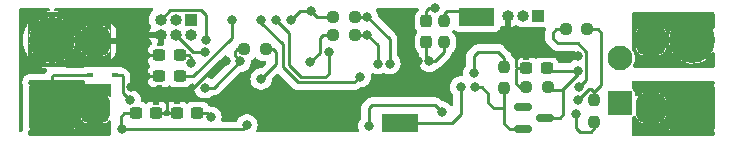
<source format=gbr>
G04 #@! TF.GenerationSoftware,KiCad,Pcbnew,(6.0.0)*
G04 #@! TF.CreationDate,2022-01-12T21:25:53+03:00*
G04 #@! TF.ProjectId,svet,73766574-2e6b-4696-9361-645f70636258,rev?*
G04 #@! TF.SameCoordinates,Original*
G04 #@! TF.FileFunction,Copper,L4,Bot*
G04 #@! TF.FilePolarity,Positive*
%FSLAX46Y46*%
G04 Gerber Fmt 4.6, Leading zero omitted, Abs format (unit mm)*
G04 Created by KiCad (PCBNEW (6.0.0)) date 2022-01-12 21:25:53*
%MOMM*%
%LPD*%
G01*
G04 APERTURE LIST*
G04 Aperture macros list*
%AMRoundRect*
0 Rectangle with rounded corners*
0 $1 Rounding radius*
0 $2 $3 $4 $5 $6 $7 $8 $9 X,Y pos of 4 corners*
0 Add a 4 corners polygon primitive as box body*
4,1,4,$2,$3,$4,$5,$6,$7,$8,$9,$2,$3,0*
0 Add four circle primitives for the rounded corners*
1,1,$1+$1,$2,$3*
1,1,$1+$1,$4,$5*
1,1,$1+$1,$6,$7*
1,1,$1+$1,$8,$9*
0 Add four rect primitives between the rounded corners*
20,1,$1+$1,$2,$3,$4,$5,0*
20,1,$1+$1,$4,$5,$6,$7,0*
20,1,$1+$1,$6,$7,$8,$9,0*
20,1,$1+$1,$8,$9,$2,$3,0*%
G04 Aperture macros list end*
G04 #@! TA.AperFunction,ComponentPad*
%ADD10RoundRect,0.250002X1.699998X-1.699998X1.699998X1.699998X-1.699998X1.699998X-1.699998X-1.699998X0*%
G04 #@! TD*
G04 #@! TA.AperFunction,ComponentPad*
%ADD11C,3.900000*%
G04 #@! TD*
G04 #@! TA.AperFunction,ComponentPad*
%ADD12R,1.000000X1.000000*%
G04 #@! TD*
G04 #@! TA.AperFunction,ComponentPad*
%ADD13O,1.000000X1.000000*%
G04 #@! TD*
G04 #@! TA.AperFunction,ComponentPad*
%ADD14R,1.500000X1.500000*%
G04 #@! TD*
G04 #@! TA.AperFunction,ComponentPad*
%ADD15RoundRect,0.250001X0.799999X-0.799999X0.799999X0.799999X-0.799999X0.799999X-0.799999X-0.799999X0*%
G04 #@! TD*
G04 #@! TA.AperFunction,ComponentPad*
%ADD16C,2.100000*%
G04 #@! TD*
G04 #@! TA.AperFunction,SMDPad,CuDef*
%ADD17RoundRect,0.625000X0.625000X-0.625000X0.625000X0.625000X-0.625000X0.625000X-0.625000X-0.625000X0*%
G04 #@! TD*
G04 #@! TA.AperFunction,SMDPad,CuDef*
%ADD18RoundRect,0.150000X-0.587500X-0.150000X0.587500X-0.150000X0.587500X0.150000X-0.587500X0.150000X0*%
G04 #@! TD*
G04 #@! TA.AperFunction,SMDPad,CuDef*
%ADD19RoundRect,0.237500X-0.300000X-0.237500X0.300000X-0.237500X0.300000X0.237500X-0.300000X0.237500X0*%
G04 #@! TD*
G04 #@! TA.AperFunction,SMDPad,CuDef*
%ADD20RoundRect,0.237500X0.250000X0.237500X-0.250000X0.237500X-0.250000X-0.237500X0.250000X-0.237500X0*%
G04 #@! TD*
G04 #@! TA.AperFunction,SMDPad,CuDef*
%ADD21RoundRect,0.237500X-0.250000X-0.237500X0.250000X-0.237500X0.250000X0.237500X-0.250000X0.237500X0*%
G04 #@! TD*
G04 #@! TA.AperFunction,SMDPad,CuDef*
%ADD22RoundRect,0.237500X0.300000X0.237500X-0.300000X0.237500X-0.300000X-0.237500X0.300000X-0.237500X0*%
G04 #@! TD*
G04 #@! TA.AperFunction,SMDPad,CuDef*
%ADD23RoundRect,0.237500X0.237500X-0.250000X0.237500X0.250000X-0.237500X0.250000X-0.237500X-0.250000X0*%
G04 #@! TD*
G04 #@! TA.AperFunction,SMDPad,CuDef*
%ADD24R,0.600000X0.450000*%
G04 #@! TD*
G04 #@! TA.AperFunction,SMDPad,CuDef*
%ADD25RoundRect,0.237500X0.237500X-0.300000X0.237500X0.300000X-0.237500X0.300000X-0.237500X-0.300000X0*%
G04 #@! TD*
G04 #@! TA.AperFunction,ViaPad*
%ADD26C,0.800000*%
G04 #@! TD*
G04 #@! TA.AperFunction,Conductor*
%ADD27C,0.250000*%
G04 #@! TD*
G04 APERTURE END LIST*
D10*
G04 #@! TO.P,J1,1,Pin_1*
G04 #@! TO.N,/5V-OUT*
X141000000Y-61965000D03*
D11*
G04 #@! TO.P,J1,2,Pin_2*
G04 #@! TO.N,/0V-OUT*
X141000000Y-56250000D03*
G04 #@! TD*
D12*
G04 #@! TO.P,J5,1,Pin_1*
G04 #@! TO.N,/SDA*
X127952500Y-54135000D03*
D13*
G04 #@! TO.P,J5,2,Pin_2*
G04 #@! TO.N,/SCL*
X126682500Y-54135000D03*
G04 #@! TO.P,J5,3,Pin_3*
G04 #@! TO.N,0*
X125412500Y-54135000D03*
G04 #@! TD*
D10*
G04 #@! TO.P,J7,1,Pin_1*
G04 #@! TO.N,/5V-IN*
X86800000Y-61915000D03*
D11*
G04 #@! TO.P,J7,2,Pin_2*
G04 #@! TO.N,0*
X86800000Y-56200000D03*
G04 #@! TD*
D14*
G04 #@! TO.P,J4,1,Pin_1*
G04 #@! TO.N,/SENS-2*
X115500000Y-63250000D03*
G04 #@! TO.P,J4,2,Pin_2*
X117000000Y-63250000D03*
G04 #@! TD*
D15*
G04 #@! TO.P,J6,1,Pin_1*
G04 #@! TO.N,/DIN*
X134900000Y-61560000D03*
D16*
G04 #@! TO.P,J6,2,Pin_2*
X134900000Y-57750000D03*
G04 #@! TD*
D12*
G04 #@! TO.P,J2,1,Pin_1*
G04 #@! TO.N,/MISO*
X98540000Y-54500000D03*
D13*
G04 #@! TO.P,J2,2,Pin_2*
G04 #@! TO.N,+5V*
X98540000Y-55770000D03*
G04 #@! TO.P,J2,3,Pin_3*
G04 #@! TO.N,/SCK*
X97270000Y-54500000D03*
G04 #@! TO.P,J2,4,Pin_4*
G04 #@! TO.N,/MOSI*
X97270000Y-55770000D03*
G04 #@! TO.P,J2,5,Pin_5*
G04 #@! TO.N,/RESET*
X96000000Y-54500000D03*
G04 #@! TO.P,J2,6,Pin_6*
G04 #@! TO.N,0*
X96000000Y-55770000D03*
G04 #@! TD*
D14*
G04 #@! TO.P,J3,1,Pin_1*
G04 #@! TO.N,/SENS-1*
X123500000Y-54250000D03*
G04 #@! TO.P,J3,2,Pin_2*
X122000000Y-54250000D03*
G04 #@! TD*
D17*
G04 #@! TO.P,J8,1,Pin_1*
G04 #@! TO.N,/5V-IN*
X90470000Y-62000000D03*
G04 #@! TO.P,J8,2,Pin_2*
G04 #@! TO.N,0*
X90470000Y-56285000D03*
G04 #@! TD*
D18*
G04 #@! TO.P,D2,1,A*
G04 #@! TO.N,Net-(D2-Pad1)*
X126662500Y-63750000D03*
G04 #@! TO.P,D2,2,NC*
G04 #@! TO.N,unconnected-(D2-Pad2)*
X126662500Y-61850000D03*
G04 #@! TO.P,D2,3,K*
G04 #@! TO.N,Net-(C6-Pad2)*
X128537500Y-62800000D03*
G04 #@! TD*
D19*
G04 #@! TO.P,C6,1*
G04 #@! TO.N,0*
X126945000Y-58600000D03*
G04 #@! TO.P,C6,2*
G04 #@! TO.N,Net-(C6-Pad2)*
X128670000Y-58600000D03*
G04 #@! TD*
D20*
G04 #@! TO.P,R6,1*
G04 #@! TO.N,Net-(C6-Pad2)*
X128770000Y-60200000D03*
G04 #@! TO.P,R6,2*
G04 #@! TO.N,0*
X126945000Y-60200000D03*
G04 #@! TD*
D21*
G04 #@! TO.P,R2,1*
G04 #@! TO.N,+5V*
X103087500Y-57000000D03*
G04 #@! TO.P,R2,2*
G04 #@! TO.N,/RESET*
X104912500Y-57000000D03*
G04 #@! TD*
D22*
G04 #@! TO.P,C2,1*
G04 #@! TO.N,+5V*
X97612500Y-57500000D03*
G04 #@! TO.P,C2,2*
G04 #@! TO.N,0*
X95887500Y-57500000D03*
G04 #@! TD*
D19*
G04 #@! TO.P,C10,1*
G04 #@! TO.N,0*
X95887500Y-59250000D03*
G04 #@! TO.P,C10,2*
G04 #@! TO.N,/REF*
X97612500Y-59250000D03*
G04 #@! TD*
D17*
G04 #@! TO.P,J9,1,Pin_1*
G04 #@! TO.N,/5V-OUT*
X137500000Y-61950000D03*
G04 #@! TO.P,J9,2,Pin_2*
G04 #@! TO.N,/0V-OUT*
X137500000Y-56235000D03*
G04 #@! TD*
D23*
G04 #@! TO.P,R10,1*
G04 #@! TO.N,Net-(D2-Pad1)*
X125100000Y-60312500D03*
G04 #@! TO.P,R10,2*
G04 #@! TO.N,Net-(R10-Pad2)*
X125100000Y-58487500D03*
G04 #@! TD*
G04 #@! TO.P,R9,1*
G04 #@! TO.N,Net-(C7-Pad1)*
X120000000Y-56412500D03*
G04 #@! TO.P,R9,2*
G04 #@! TO.N,/SENS-1*
X120000000Y-54587500D03*
G04 #@! TD*
D20*
G04 #@! TO.P,R8,1*
G04 #@! TO.N,/SCL*
X112412500Y-54250000D03*
G04 #@! TO.P,R8,2*
G04 #@! TO.N,/SCK*
X110587500Y-54250000D03*
G04 #@! TD*
D19*
G04 #@! TO.P,C5,1*
G04 #@! TO.N,Net-(C5-Pad1)*
X93887500Y-62400000D03*
G04 #@! TO.P,C5,2*
G04 #@! TO.N,0*
X95612500Y-62400000D03*
G04 #@! TD*
D20*
G04 #@! TO.P,R4,1*
G04 #@! TO.N,Net-(R1-Pad2)*
X132125000Y-55300000D03*
G04 #@! TO.P,R4,2*
G04 #@! TO.N,Net-(R4-Pad2)*
X130300000Y-55300000D03*
G04 #@! TD*
G04 #@! TO.P,R7,1*
G04 #@! TO.N,/SDA*
X112412500Y-55750000D03*
G04 #@! TO.P,R7,2*
G04 #@! TO.N,/MOSI*
X110587500Y-55750000D03*
G04 #@! TD*
D23*
G04 #@! TO.P,R1,1*
G04 #@! TO.N,/\u0418\u0417\u041C*
X132700000Y-63112500D03*
G04 #@! TO.P,R1,2*
G04 #@! TO.N,Net-(R1-Pad2)*
X132700000Y-61287500D03*
G04 #@! TD*
D22*
G04 #@! TO.P,C4,1*
G04 #@! TO.N,Net-(C4-Pad1)*
X99112500Y-62400000D03*
G04 #@! TO.P,C4,2*
G04 #@! TO.N,0*
X97387500Y-62400000D03*
G04 #@! TD*
D24*
G04 #@! TO.P,D3,1,K*
G04 #@! TO.N,Net-(D3-Pad1)*
X92150000Y-59200000D03*
G04 #@! TO.P,D3,2,A*
G04 #@! TO.N,/5V-IN*
X90050000Y-59200000D03*
G04 #@! TD*
D25*
G04 #@! TO.P,C7,1*
G04 #@! TO.N,Net-(C7-Pad1)*
X118500000Y-56362500D03*
G04 #@! TO.P,C7,2*
G04 #@! TO.N,Net-(C7-Pad2)*
X118500000Y-54637500D03*
G04 #@! TD*
D26*
G04 #@! TO.N,/DIN*
X119800000Y-62300000D03*
X113600000Y-63500000D03*
G04 #@! TO.N,+5V*
X99750000Y-60250000D03*
X102750000Y-58000000D03*
X98600394Y-58149606D03*
G04 #@! TO.N,0*
X131300000Y-57600000D03*
X117750000Y-58000000D03*
X109500000Y-62000000D03*
X101512299Y-57987701D03*
X93500000Y-60200000D03*
G04 #@! TO.N,Net-(D2-Pad1)*
X122600000Y-60200000D03*
G04 #@! TO.N,Net-(C6-Pad2)*
X131300000Y-58800000D03*
G04 #@! TO.N,Net-(C4-Pad1)*
X100250000Y-62750000D03*
G04 #@! TO.N,/RESET*
X99813978Y-56250000D03*
X104500000Y-59500000D03*
G04 #@! TO.N,/MOSI*
X108600000Y-58100000D03*
X99750000Y-57250000D03*
G04 #@! TO.N,/\u0418\u0417\u041C*
X104500000Y-54500000D03*
X131200000Y-62500000D03*
X112900000Y-59300000D03*
G04 #@! TO.N,/SDA*
X114400000Y-58200000D03*
X113500000Y-55750000D03*
G04 #@! TO.N,Net-(C7-Pad1)*
X118750000Y-58000000D03*
G04 #@! TO.N,Net-(C7-Pad2)*
X119250000Y-53500000D03*
G04 #@! TO.N,Net-(R1-Pad2)*
X131300000Y-61300000D03*
G04 #@! TO.N,Net-(R4-Pad2)*
X131400000Y-60200000D03*
G04 #@! TO.N,/SCL*
X115400000Y-58200000D03*
X113500000Y-54250000D03*
G04 #@! TO.N,/SCK*
X108762299Y-53737701D03*
X107000000Y-54500000D03*
G04 #@! TO.N,Net-(R10-Pad2)*
X122500000Y-59000000D03*
G04 #@! TO.N,Net-(C5-Pad1)*
X103300000Y-63400000D03*
X92750000Y-63750000D03*
G04 #@! TO.N,Net-(D3-Pad1)*
X93400000Y-61300000D03*
G04 #@! TO.N,/SENS-2*
X121400000Y-60200000D03*
G04 #@! TO.N,/REF*
X102000000Y-54500000D03*
G04 #@! TO.N,/BUTT*
X110250000Y-57250000D03*
X105750000Y-54500000D03*
G04 #@! TD*
D27*
G04 #@! TO.N,Net-(C4-Pad1)*
X99900000Y-62400000D02*
X100250000Y-62750000D01*
X99112500Y-62400000D02*
X99900000Y-62400000D01*
G04 #@! TO.N,/\u0418\u0417\u041C*
X112400000Y-59800000D02*
X112900000Y-59300000D01*
X107600000Y-59800000D02*
X112400000Y-59800000D01*
X106325000Y-56575000D02*
X106325000Y-58525000D01*
X106325000Y-58525000D02*
X107600000Y-59800000D01*
X104500000Y-54750000D02*
X106325000Y-56575000D01*
X104500000Y-54500000D02*
X104500000Y-54750000D01*
G04 #@! TO.N,/BUTT*
X106825000Y-58325000D02*
X106825000Y-55575000D01*
X107850480Y-59350480D02*
X106825000Y-58325000D01*
X109949520Y-59350480D02*
X107850480Y-59350480D01*
X110250000Y-59050000D02*
X109949520Y-59350480D01*
X106825000Y-55575000D02*
X105750000Y-54500000D01*
X110250000Y-57250000D02*
X110250000Y-59050000D01*
G04 #@! TO.N,Net-(C5-Pad1)*
X92750000Y-63750000D02*
X102950000Y-63750000D01*
X102950000Y-63750000D02*
X103300000Y-63400000D01*
G04 #@! TO.N,0*
X96700000Y-62400000D02*
X96500000Y-62200000D01*
X97387500Y-62400000D02*
X96700000Y-62400000D01*
X96300000Y-62400000D02*
X96500000Y-62200000D01*
X95612500Y-62400000D02*
X96300000Y-62400000D01*
X96500000Y-62200000D02*
X96500000Y-60250000D01*
X95612500Y-62400000D02*
X97387500Y-62400000D01*
G04 #@! TO.N,Net-(C5-Pad1)*
X92600000Y-63600000D02*
X92750000Y-63750000D01*
X92600000Y-62700000D02*
X92600000Y-63600000D01*
X92900000Y-62400000D02*
X92600000Y-62700000D01*
X93887500Y-62400000D02*
X92900000Y-62400000D01*
G04 #@! TO.N,Net-(D3-Pad1)*
X92700000Y-59200000D02*
X92775489Y-59275489D01*
X92775489Y-59275489D02*
X92775489Y-60675489D01*
X92775489Y-60675489D02*
X93400000Y-61300000D01*
X92150000Y-59200000D02*
X92700000Y-59200000D01*
G04 #@! TO.N,/\u0418\u0417\u041C*
X131500000Y-64000000D02*
X132400000Y-64000000D01*
X131200000Y-63700000D02*
X131500000Y-64000000D01*
X131200000Y-62500000D02*
X131200000Y-63700000D01*
G04 #@! TO.N,/DIN*
X119200000Y-61700000D02*
X119800000Y-62300000D01*
X115500000Y-61700000D02*
X119200000Y-61700000D01*
X113600000Y-62000000D02*
X113900000Y-61700000D01*
X113600000Y-63500000D02*
X113600000Y-62000000D01*
X113900000Y-61700000D02*
X115500000Y-61700000D01*
G04 #@! TO.N,+5V*
X99750000Y-60250000D02*
X100500000Y-60250000D01*
X100500000Y-60250000D02*
X102750000Y-58000000D01*
X103087500Y-57000000D02*
X102500000Y-57000000D01*
X102250000Y-57500000D02*
X102750000Y-58000000D01*
X102250000Y-57250000D02*
X102250000Y-57500000D01*
X97612500Y-57500000D02*
X98364282Y-57500000D01*
X98364282Y-57500000D02*
X98600394Y-57736112D01*
X102500000Y-57000000D02*
X102250000Y-57250000D01*
X98600394Y-57736112D02*
X98600394Y-58149606D01*
G04 #@! TO.N,0*
X90385000Y-56200000D02*
X90470000Y-56285000D01*
X94750000Y-59500000D02*
X94750000Y-60000000D01*
X94750000Y-60000000D02*
X95000000Y-60250000D01*
X95000000Y-57500000D02*
X94750000Y-57750000D01*
X126945000Y-58600000D02*
X126200000Y-58600000D01*
X126400000Y-60200000D02*
X126100000Y-59900000D01*
X96500000Y-60250000D02*
X98725386Y-60250000D01*
X96000000Y-55770000D02*
X94980000Y-55770000D01*
X126100000Y-58500000D02*
X126100000Y-57800000D01*
X98725386Y-60250000D02*
X100987685Y-57987701D01*
X126100000Y-57800000D02*
X126300000Y-57600000D01*
X126945000Y-60200000D02*
X126400000Y-60200000D01*
X95000000Y-59250000D02*
X95887500Y-59250000D01*
X94750000Y-59000000D02*
X94750000Y-59500000D01*
X94750000Y-59000000D02*
X95000000Y-59250000D01*
X126100000Y-59900000D02*
X126100000Y-58700000D01*
X94980000Y-55770000D02*
X94750000Y-56000000D01*
X94750000Y-56000000D02*
X94750000Y-57250000D01*
X126300000Y-57600000D02*
X131300000Y-57600000D01*
X86800000Y-56200000D02*
X90385000Y-56200000D01*
X94750000Y-57250000D02*
X95000000Y-57500000D01*
X94750000Y-57250000D02*
X94750000Y-57750000D01*
X126100000Y-58700000D02*
X126200000Y-58600000D01*
X95000000Y-60250000D02*
X96500000Y-60250000D01*
X126200000Y-58600000D02*
X126100000Y-58500000D01*
X94750000Y-57750000D02*
X94750000Y-59000000D01*
X94750000Y-59500000D02*
X95000000Y-59250000D01*
X100987685Y-57987701D02*
X101512299Y-57987701D01*
X95000000Y-57500000D02*
X95887500Y-57500000D01*
G04 #@! TO.N,Net-(D2-Pad1)*
X124200000Y-62000000D02*
X123750000Y-61550000D01*
X123750000Y-61550000D02*
X123750000Y-60750000D01*
X125100000Y-60312500D02*
X125100000Y-60900000D01*
X125100000Y-62000000D02*
X125100000Y-60900000D01*
X123750000Y-60750000D02*
X123200000Y-60200000D01*
X126662500Y-63750000D02*
X125550000Y-63750000D01*
X125550000Y-63750000D02*
X125100000Y-63300000D01*
X123200000Y-60200000D02*
X122600000Y-60200000D01*
X125100000Y-63300000D02*
X125100000Y-62000000D01*
X125100000Y-62000000D02*
X124200000Y-62000000D01*
G04 #@! TO.N,Net-(C6-Pad2)*
X128537500Y-62800000D02*
X129800000Y-62800000D01*
X128770000Y-60450000D02*
X129950000Y-60450000D01*
X131300000Y-59100000D02*
X131300000Y-58800000D01*
X129950000Y-60450000D02*
X131300000Y-59100000D01*
X130100000Y-60600000D02*
X129950000Y-60450000D01*
X130100000Y-62500000D02*
X130100000Y-60600000D01*
X129800000Y-62800000D02*
X130100000Y-62500000D01*
X131300000Y-58800000D02*
X128720000Y-58800000D01*
G04 #@! TO.N,/RESET*
X99813978Y-56152788D02*
X99813978Y-54063978D01*
X99425489Y-53675489D02*
X96824511Y-53675489D01*
X105750000Y-57250000D02*
X105750000Y-58250000D01*
X105500000Y-57000000D02*
X105750000Y-57250000D01*
X105750000Y-58250000D02*
X104500000Y-59500000D01*
X99813978Y-54063978D02*
X99425489Y-53675489D01*
X96824511Y-53675489D02*
X96000000Y-54500000D01*
X104912500Y-57000000D02*
X105500000Y-57000000D01*
G04 #@! TO.N,/MOSI*
X108600000Y-58100000D02*
X109500000Y-57300000D01*
X98750000Y-57250000D02*
X97270000Y-55770000D01*
X99750000Y-57250000D02*
X98750000Y-57250000D01*
X109750000Y-55750000D02*
X110587500Y-55750000D01*
X109500000Y-56000000D02*
X109750000Y-55750000D01*
X109500000Y-57300000D02*
X109500000Y-56000000D01*
G04 #@! TO.N,/\u0418\u0417\u041C*
X132700000Y-63700000D02*
X132400000Y-64000000D01*
X132700000Y-63112500D02*
X132700000Y-63700000D01*
G04 #@! TO.N,/SDA*
X114400000Y-56650000D02*
X113500000Y-55750000D01*
X112412500Y-55750000D02*
X113500000Y-55750000D01*
X114400000Y-58200000D02*
X114400000Y-56650000D01*
G04 #@! TO.N,Net-(C7-Pad1)*
X120000000Y-57250000D02*
X119250000Y-58000000D01*
X119250000Y-58000000D02*
X118750000Y-58000000D01*
X118500000Y-57750000D02*
X118750000Y-58000000D01*
X118500000Y-56362500D02*
X118500000Y-57750000D01*
X120000000Y-56412500D02*
X120000000Y-57250000D01*
G04 #@! TO.N,Net-(C7-Pad2)*
X118750000Y-53500000D02*
X119250000Y-53500000D01*
X118500000Y-53750000D02*
X118750000Y-53500000D01*
X118500000Y-54637500D02*
X118500000Y-53750000D01*
G04 #@! TO.N,Net-(R1-Pad2)*
X131324614Y-61300000D02*
X131300000Y-61300000D01*
X132262307Y-60362307D02*
X131324614Y-61300000D01*
X132700000Y-61287500D02*
X132700000Y-60600000D01*
X132462307Y-60362307D02*
X132700000Y-60600000D01*
X132125000Y-55300000D02*
X133000000Y-55300000D01*
X132262307Y-60362307D02*
X132462307Y-60362307D01*
X133300000Y-60000000D02*
X132700000Y-60600000D01*
X133000000Y-55300000D02*
X133300000Y-55600000D01*
X133300000Y-55600000D02*
X133300000Y-60000000D01*
G04 #@! TO.N,Net-(R4-Pad2)*
X131300000Y-56500000D02*
X129600000Y-56500000D01*
X129200000Y-55600000D02*
X129500000Y-55300000D01*
X132024511Y-57224511D02*
X131300000Y-56500000D01*
X129500000Y-55300000D02*
X130300000Y-55300000D01*
X132024511Y-59575489D02*
X132024511Y-57224511D01*
X129200000Y-56100000D02*
X129200000Y-55600000D01*
X129600000Y-56500000D02*
X129200000Y-56100000D01*
X131400000Y-60200000D02*
X132024511Y-59575489D01*
G04 #@! TO.N,/SCL*
X115400000Y-56150000D02*
X113500000Y-54250000D01*
X115400000Y-58200000D02*
X115400000Y-56150000D01*
X112412500Y-54250000D02*
X113500000Y-54250000D01*
G04 #@! TO.N,/SCK*
X107762299Y-53737701D02*
X107000000Y-54500000D01*
X110587500Y-54250000D02*
X109274598Y-54250000D01*
X108762299Y-53737701D02*
X109274598Y-54250000D01*
X108762299Y-53737701D02*
X107762299Y-53737701D01*
G04 #@! TO.N,Net-(R10-Pad2)*
X122500000Y-59000000D02*
X122500000Y-57600000D01*
X122900000Y-57200000D02*
X124600000Y-57200000D01*
X122500000Y-57600000D02*
X122900000Y-57200000D01*
X125100000Y-57700000D02*
X125100000Y-58487500D01*
X124600000Y-57200000D02*
X125100000Y-57700000D01*
G04 #@! TO.N,/SENS-1*
X120000000Y-54000000D02*
X120000000Y-54587500D01*
X120250000Y-53750000D02*
X120000000Y-54000000D01*
X121500000Y-53750000D02*
X120250000Y-53750000D01*
X122000000Y-54250000D02*
X121500000Y-53750000D01*
G04 #@! TO.N,/SENS-2*
X120650000Y-63250000D02*
X121400000Y-62500000D01*
X117000000Y-63250000D02*
X120650000Y-63250000D01*
X121400000Y-62500000D02*
X121400000Y-60200000D01*
G04 #@! TO.N,/5V-IN*
X90050000Y-62100000D02*
X86985000Y-62100000D01*
X86985000Y-62100000D02*
X86800000Y-61915000D01*
X90050000Y-59200000D02*
X86900000Y-59200000D01*
X86900000Y-59200000D02*
X86800000Y-59300000D01*
X86800000Y-59300000D02*
X86800000Y-61915000D01*
G04 #@! TO.N,/5V-OUT*
X137700000Y-61950000D02*
X140985000Y-61950000D01*
X137515000Y-61965000D02*
X141000000Y-61965000D01*
X140985000Y-61950000D02*
X141000000Y-61965000D01*
X137500000Y-61950000D02*
X137515000Y-61965000D01*
G04 #@! TO.N,/0V-OUT*
X137515000Y-56250000D02*
X141000000Y-56250000D01*
X137500000Y-56235000D02*
X137515000Y-56250000D01*
X137700000Y-56235000D02*
X137715000Y-56250000D01*
X137715000Y-56250000D02*
X141000000Y-56250000D01*
G04 #@! TO.N,/REF*
X97612500Y-59250000D02*
X98774614Y-59250000D01*
X102000000Y-56024614D02*
X102000000Y-54500000D01*
X98774614Y-59250000D02*
X102000000Y-56024614D01*
G04 #@! TD*
G04 #@! TA.AperFunction,Conductor*
G04 #@! TO.N,/5V-IN*
G36*
X89542121Y-59620002D02*
G01*
X89588614Y-59673658D01*
X89600000Y-59726000D01*
X89600000Y-59900000D01*
X91674000Y-59900000D01*
X91742121Y-59920002D01*
X91788614Y-59973658D01*
X91800000Y-60026000D01*
X91800000Y-60891927D01*
X91779998Y-60960048D01*
X91726342Y-61006541D01*
X91656068Y-61016645D01*
X91591488Y-60987151D01*
X91584905Y-60981022D01*
X91486717Y-60882834D01*
X91474290Y-60873194D01*
X91352013Y-60800880D01*
X91337577Y-60794633D01*
X91199726Y-60754583D01*
X91187139Y-60752284D01*
X91160568Y-60750193D01*
X91155642Y-60750000D01*
X90742115Y-60750000D01*
X90726876Y-60754475D01*
X90725671Y-60755865D01*
X90724000Y-60763548D01*
X90724000Y-63231885D01*
X90728475Y-63247124D01*
X90729865Y-63248329D01*
X90737548Y-63250000D01*
X91155643Y-63250000D01*
X91160568Y-63249807D01*
X91187139Y-63247716D01*
X91199726Y-63245417D01*
X91337577Y-63205367D01*
X91352013Y-63199120D01*
X91474290Y-63126806D01*
X91486717Y-63117166D01*
X91584905Y-63018978D01*
X91647217Y-62984952D01*
X91718032Y-62990017D01*
X91774868Y-63032564D01*
X91799679Y-63099084D01*
X91800000Y-63108073D01*
X91800000Y-64174000D01*
X91779998Y-64242121D01*
X91726342Y-64288614D01*
X91674000Y-64300000D01*
X84926000Y-64300000D01*
X84857879Y-64279998D01*
X84811386Y-64226342D01*
X84800000Y-64174000D01*
X84800000Y-63950948D01*
X84820002Y-63882827D01*
X84873658Y-63836334D01*
X84943932Y-63826230D01*
X84980151Y-63840109D01*
X84980672Y-63838852D01*
X85014626Y-63852916D01*
X85069310Y-63863793D01*
X85081565Y-63865000D01*
X86527885Y-63865000D01*
X86543124Y-63860525D01*
X86544329Y-63859135D01*
X86546000Y-63851452D01*
X86546000Y-63846885D01*
X87054000Y-63846885D01*
X87058475Y-63862124D01*
X87059865Y-63863329D01*
X87067548Y-63865000D01*
X88518435Y-63865000D01*
X88530690Y-63863793D01*
X88585374Y-63852916D01*
X88607860Y-63843602D01*
X88669924Y-63802133D01*
X88687133Y-63784924D01*
X88728602Y-63722860D01*
X88737916Y-63700374D01*
X88748793Y-63645690D01*
X88750000Y-63633435D01*
X88750000Y-62685643D01*
X89220000Y-62685643D01*
X89220193Y-62690568D01*
X89222284Y-62717139D01*
X89224583Y-62729726D01*
X89264633Y-62867577D01*
X89270880Y-62882013D01*
X89343194Y-63004290D01*
X89352834Y-63016717D01*
X89453283Y-63117166D01*
X89465710Y-63126806D01*
X89587987Y-63199120D01*
X89602423Y-63205367D01*
X89740274Y-63245417D01*
X89752861Y-63247716D01*
X89779432Y-63249807D01*
X89784357Y-63250000D01*
X90197885Y-63250000D01*
X90213124Y-63245525D01*
X90214329Y-63244135D01*
X90216000Y-63236452D01*
X90216000Y-62272115D01*
X90211525Y-62256876D01*
X90210135Y-62255671D01*
X90202452Y-62254000D01*
X89238115Y-62254000D01*
X89222876Y-62258475D01*
X89221671Y-62259865D01*
X89220000Y-62267548D01*
X89220000Y-62685643D01*
X88750000Y-62685643D01*
X88750000Y-62187115D01*
X88745525Y-62171876D01*
X88744135Y-62170671D01*
X88736452Y-62169000D01*
X87072115Y-62169000D01*
X87056876Y-62173475D01*
X87055671Y-62174865D01*
X87054000Y-62182548D01*
X87054000Y-63846885D01*
X86546000Y-63846885D01*
X86546000Y-61727885D01*
X89220000Y-61727885D01*
X89224475Y-61743124D01*
X89225865Y-61744329D01*
X89233548Y-61746000D01*
X90197885Y-61746000D01*
X90213124Y-61741525D01*
X90214329Y-61740135D01*
X90216000Y-61732452D01*
X90216000Y-60768115D01*
X90211525Y-60752876D01*
X90210135Y-60751671D01*
X90202452Y-60750000D01*
X89784358Y-60750000D01*
X89779432Y-60750193D01*
X89752861Y-60752284D01*
X89740274Y-60754583D01*
X89602423Y-60794633D01*
X89587987Y-60800880D01*
X89465710Y-60873194D01*
X89453283Y-60882834D01*
X89352834Y-60983283D01*
X89343194Y-60995710D01*
X89270880Y-61117987D01*
X89264633Y-61132423D01*
X89224583Y-61270274D01*
X89222284Y-61282861D01*
X89220193Y-61309432D01*
X89220000Y-61314358D01*
X89220000Y-61727885D01*
X86546000Y-61727885D01*
X86546000Y-61642885D01*
X87054000Y-61642885D01*
X87058475Y-61658124D01*
X87059865Y-61659329D01*
X87067548Y-61661000D01*
X88731885Y-61661000D01*
X88747124Y-61656525D01*
X88748329Y-61655135D01*
X88750000Y-61647452D01*
X88750000Y-60196565D01*
X88748793Y-60184310D01*
X88737916Y-60129626D01*
X88728602Y-60107140D01*
X88687133Y-60045076D01*
X88669924Y-60027867D01*
X88607860Y-59986398D01*
X88585374Y-59977084D01*
X88530690Y-59966207D01*
X88518435Y-59965000D01*
X87072115Y-59965000D01*
X87056876Y-59969475D01*
X87055671Y-59970865D01*
X87054000Y-59978548D01*
X87054000Y-61642885D01*
X86546000Y-61642885D01*
X86546000Y-59983115D01*
X86541525Y-59967876D01*
X86540135Y-59966671D01*
X86532452Y-59965000D01*
X85081565Y-59965000D01*
X85069310Y-59966207D01*
X85014626Y-59977084D01*
X84980672Y-59991148D01*
X84979744Y-59988908D01*
X84928248Y-60005032D01*
X84859781Y-59986248D01*
X84812338Y-59933431D01*
X84800000Y-59879052D01*
X84800000Y-59726000D01*
X84820002Y-59657879D01*
X84873658Y-59611386D01*
X84926000Y-59600000D01*
X89474000Y-59600000D01*
X89542121Y-59620002D01*
G37*
G04 #@! TD.AperFunction*
G04 #@! TD*
G04 #@! TA.AperFunction,Conductor*
G04 #@! TO.N,/0V-OUT*
G36*
X142842121Y-53870002D02*
G01*
X142888614Y-53923658D01*
X142900000Y-53976000D01*
X142900000Y-55165742D01*
X142879998Y-55233863D01*
X142826342Y-55280356D01*
X142756068Y-55290460D01*
X142691488Y-55260966D01*
X142663112Y-55225575D01*
X142652755Y-55206380D01*
X142647999Y-55198887D01*
X142557793Y-55076757D01*
X142546665Y-55068315D01*
X142534072Y-55075139D01*
X141372020Y-56237190D01*
X141364408Y-56251131D01*
X141364539Y-56252966D01*
X141368790Y-56259580D01*
X142535328Y-57426117D01*
X142548728Y-57433435D01*
X142558632Y-57426448D01*
X142578747Y-57402518D01*
X142583975Y-57395322D01*
X142667088Y-57262055D01*
X142720108Y-57214838D01*
X142790238Y-57203782D01*
X142855213Y-57232396D01*
X142894403Y-57291596D01*
X142900000Y-57328731D01*
X142900000Y-58424000D01*
X142879998Y-58492121D01*
X142826342Y-58538614D01*
X142774000Y-58550000D01*
X136104509Y-58550000D01*
X136036388Y-58529998D01*
X135989895Y-58476342D01*
X135979791Y-58406068D01*
X135990314Y-58370750D01*
X136077252Y-58184312D01*
X136077253Y-58184310D01*
X136079575Y-58179330D01*
X136136207Y-57967977D01*
X136151107Y-57797661D01*
X139817507Y-57797661D01*
X139824896Y-57807962D01*
X139872420Y-57846654D01*
X139879696Y-57851767D01*
X140108640Y-57989603D01*
X140116554Y-57993636D01*
X140362647Y-58097843D01*
X140371052Y-58100720D01*
X140629376Y-58169214D01*
X140638088Y-58170876D01*
X140903492Y-58202288D01*
X140912357Y-58202706D01*
X141179523Y-58196410D01*
X141188378Y-58195573D01*
X141451991Y-58151696D01*
X141460625Y-58149623D01*
X141715431Y-58069038D01*
X141723693Y-58065767D01*
X141964593Y-57950088D01*
X141972318Y-57945682D01*
X142175549Y-57809888D01*
X142183837Y-57799970D01*
X142176580Y-57785791D01*
X141012810Y-56622020D01*
X140998869Y-56614408D01*
X140997034Y-56614539D01*
X140990420Y-56618790D01*
X139824673Y-57784538D01*
X139817507Y-57797661D01*
X136151107Y-57797661D01*
X136155277Y-57750000D01*
X136136207Y-57532023D01*
X136079575Y-57320670D01*
X136038412Y-57232396D01*
X135989425Y-57127343D01*
X135989423Y-57127340D01*
X135987102Y-57122362D01*
X135922787Y-57030510D01*
X135900000Y-56958240D01*
X135900000Y-56920643D01*
X136250000Y-56920643D01*
X136250193Y-56925568D01*
X136252284Y-56952139D01*
X136254583Y-56964726D01*
X136294633Y-57102577D01*
X136300880Y-57117013D01*
X136373194Y-57239290D01*
X136382834Y-57251717D01*
X136483283Y-57352166D01*
X136495710Y-57361806D01*
X136617987Y-57434120D01*
X136632423Y-57440367D01*
X136770274Y-57480417D01*
X136782861Y-57482716D01*
X136809432Y-57484807D01*
X136814357Y-57485000D01*
X137227885Y-57485000D01*
X137243124Y-57480525D01*
X137244329Y-57479135D01*
X137246000Y-57471452D01*
X137246000Y-57466885D01*
X137754000Y-57466885D01*
X137758475Y-57482124D01*
X137759865Y-57483329D01*
X137767548Y-57485000D01*
X138185643Y-57485000D01*
X138190568Y-57484807D01*
X138217139Y-57482716D01*
X138229726Y-57480417D01*
X138367577Y-57440367D01*
X138382013Y-57434120D01*
X138504290Y-57361806D01*
X138516717Y-57352166D01*
X138617166Y-57251717D01*
X138626806Y-57239290D01*
X138699120Y-57117013D01*
X138705367Y-57102577D01*
X138745417Y-56964726D01*
X138747716Y-56952139D01*
X138749807Y-56925568D01*
X138750000Y-56920643D01*
X138750000Y-56507115D01*
X138745525Y-56491876D01*
X138744135Y-56490671D01*
X138736452Y-56489000D01*
X137772115Y-56489000D01*
X137756876Y-56493475D01*
X137755671Y-56494865D01*
X137754000Y-56502548D01*
X137754000Y-57466885D01*
X137246000Y-57466885D01*
X137246000Y-56507115D01*
X137241525Y-56491876D01*
X137240135Y-56490671D01*
X137232452Y-56489000D01*
X136268115Y-56489000D01*
X136252876Y-56493475D01*
X136251671Y-56494865D01*
X136250000Y-56502548D01*
X136250000Y-56920643D01*
X135900000Y-56920643D01*
X135900000Y-56193045D01*
X139046159Y-56193045D01*
X139056650Y-56460079D01*
X139057625Y-56468908D01*
X139105638Y-56731804D01*
X139107847Y-56740407D01*
X139192424Y-56993914D01*
X139195823Y-57002121D01*
X139315281Y-57241193D01*
X139319792Y-57248821D01*
X139441160Y-57424427D01*
X139451480Y-57432779D01*
X139465134Y-57425655D01*
X140627980Y-56262810D01*
X140635592Y-56248869D01*
X140635461Y-56247034D01*
X140631210Y-56240420D01*
X139465911Y-55075122D01*
X139453070Y-55068110D01*
X139442382Y-55075904D01*
X139385828Y-55147643D01*
X139380839Y-55154985D01*
X139246611Y-55386073D01*
X139242699Y-55394060D01*
X139142374Y-55641752D01*
X139139630Y-55650196D01*
X139075203Y-55909561D01*
X139073676Y-55918312D01*
X139046438Y-56184161D01*
X139046159Y-56193045D01*
X135900000Y-56193045D01*
X135900000Y-55962885D01*
X136250000Y-55962885D01*
X136254475Y-55978124D01*
X136255865Y-55979329D01*
X136263548Y-55981000D01*
X137227885Y-55981000D01*
X137243124Y-55976525D01*
X137244329Y-55975135D01*
X137246000Y-55967452D01*
X137246000Y-55962885D01*
X137754000Y-55962885D01*
X137758475Y-55978124D01*
X137759865Y-55979329D01*
X137767548Y-55981000D01*
X138731885Y-55981000D01*
X138747124Y-55976525D01*
X138748329Y-55975135D01*
X138750000Y-55967452D01*
X138750000Y-55549358D01*
X138749807Y-55544432D01*
X138747716Y-55517861D01*
X138745417Y-55505274D01*
X138705367Y-55367423D01*
X138699120Y-55352987D01*
X138626806Y-55230710D01*
X138617166Y-55218283D01*
X138516717Y-55117834D01*
X138504290Y-55108194D01*
X138382013Y-55035880D01*
X138367577Y-55029633D01*
X138229726Y-54989583D01*
X138217139Y-54987284D01*
X138190568Y-54985193D01*
X138185642Y-54985000D01*
X137772115Y-54985000D01*
X137756876Y-54989475D01*
X137755671Y-54990865D01*
X137754000Y-54998548D01*
X137754000Y-55962885D01*
X137246000Y-55962885D01*
X137246000Y-55003115D01*
X137241525Y-54987876D01*
X137240135Y-54986671D01*
X137232452Y-54985000D01*
X136814358Y-54985000D01*
X136809432Y-54985193D01*
X136782861Y-54987284D01*
X136770274Y-54989583D01*
X136632423Y-55029633D01*
X136617987Y-55035880D01*
X136495710Y-55108194D01*
X136483283Y-55117834D01*
X136382834Y-55218283D01*
X136373194Y-55230710D01*
X136300880Y-55352987D01*
X136294633Y-55367423D01*
X136254583Y-55505274D01*
X136252284Y-55517861D01*
X136250193Y-55544432D01*
X136250000Y-55549358D01*
X136250000Y-55962885D01*
X135900000Y-55962885D01*
X135900000Y-54702580D01*
X139817936Y-54702580D01*
X139824916Y-54715705D01*
X140987190Y-55877980D01*
X141001131Y-55885592D01*
X141002966Y-55885461D01*
X141009580Y-55881210D01*
X142174770Y-54716019D01*
X142181625Y-54703467D01*
X142173418Y-54692397D01*
X142076870Y-54618714D01*
X142069444Y-54613837D01*
X141836269Y-54483253D01*
X141828243Y-54479476D01*
X141578986Y-54383046D01*
X141570513Y-54380439D01*
X141310165Y-54320094D01*
X141301387Y-54318704D01*
X141035140Y-54295644D01*
X141026269Y-54295504D01*
X140759419Y-54310190D01*
X140750609Y-54311304D01*
X140488505Y-54363439D01*
X140479930Y-54365785D01*
X140227790Y-54454329D01*
X140219624Y-54457863D01*
X139982476Y-54581053D01*
X139974904Y-54585693D01*
X139826339Y-54691858D01*
X139817936Y-54702580D01*
X135900000Y-54702580D01*
X135900000Y-53976000D01*
X135920002Y-53907879D01*
X135973658Y-53861386D01*
X136026000Y-53850000D01*
X142774000Y-53850000D01*
X142842121Y-53870002D01*
G37*
G04 #@! TD.AperFunction*
G04 #@! TD*
G04 #@! TA.AperFunction,Conductor*
G04 #@! TO.N,/5V-OUT*
G36*
X142842121Y-59670002D02*
G01*
X142888614Y-59723658D01*
X142900000Y-59776000D01*
X142900000Y-59896353D01*
X142879998Y-59964474D01*
X142826342Y-60010967D01*
X142749421Y-60019932D01*
X142730695Y-60016207D01*
X142718435Y-60015000D01*
X141272115Y-60015000D01*
X141256876Y-60019475D01*
X141255671Y-60020865D01*
X141254000Y-60028548D01*
X141254000Y-63896885D01*
X141258475Y-63912124D01*
X141259865Y-63913329D01*
X141267548Y-63915000D01*
X142718435Y-63915000D01*
X142730695Y-63913793D01*
X142749421Y-63910068D01*
X142820135Y-63916397D01*
X142876201Y-63959952D01*
X142900000Y-64033647D01*
X142900000Y-64224000D01*
X142879998Y-64292121D01*
X142826342Y-64338614D01*
X142774000Y-64350000D01*
X136026000Y-64350000D01*
X135957879Y-64329998D01*
X135911386Y-64276342D01*
X135900000Y-64224000D01*
X135900000Y-63683435D01*
X139050000Y-63683435D01*
X139051207Y-63695690D01*
X139062084Y-63750374D01*
X139071398Y-63772860D01*
X139112867Y-63834924D01*
X139130076Y-63852133D01*
X139192140Y-63893602D01*
X139214626Y-63902916D01*
X139269310Y-63913793D01*
X139281565Y-63915000D01*
X140727885Y-63915000D01*
X140743124Y-63910525D01*
X140744329Y-63909135D01*
X140746000Y-63901452D01*
X140746000Y-62237115D01*
X140741525Y-62221876D01*
X140740135Y-62220671D01*
X140732452Y-62219000D01*
X139068115Y-62219000D01*
X139052876Y-62223475D01*
X139051671Y-62224865D01*
X139050000Y-62232548D01*
X139050000Y-63683435D01*
X135900000Y-63683435D01*
X135900000Y-62835949D01*
X135920002Y-62767828D01*
X135951141Y-62734598D01*
X136014575Y-62687745D01*
X136022150Y-62682150D01*
X136038174Y-62660455D01*
X136094735Y-62617545D01*
X136165517Y-62612026D01*
X136228046Y-62645651D01*
X136260521Y-62700163D01*
X136294633Y-62817577D01*
X136300880Y-62832013D01*
X136373194Y-62954290D01*
X136382834Y-62966717D01*
X136483283Y-63067166D01*
X136495710Y-63076806D01*
X136617987Y-63149120D01*
X136632423Y-63155367D01*
X136770274Y-63195417D01*
X136782861Y-63197716D01*
X136809432Y-63199807D01*
X136814357Y-63200000D01*
X137227885Y-63200000D01*
X137243124Y-63195525D01*
X137244329Y-63194135D01*
X137246000Y-63186452D01*
X137246000Y-63181885D01*
X137754000Y-63181885D01*
X137758475Y-63197124D01*
X137759865Y-63198329D01*
X137767548Y-63200000D01*
X138185643Y-63200000D01*
X138190568Y-63199807D01*
X138217139Y-63197716D01*
X138229726Y-63195417D01*
X138367577Y-63155367D01*
X138382013Y-63149120D01*
X138504290Y-63076806D01*
X138516717Y-63067166D01*
X138617166Y-62966717D01*
X138626806Y-62954290D01*
X138699120Y-62832013D01*
X138705367Y-62817577D01*
X138745417Y-62679726D01*
X138747716Y-62667139D01*
X138749807Y-62640568D01*
X138750000Y-62635643D01*
X138750000Y-62222115D01*
X138745525Y-62206876D01*
X138744135Y-62205671D01*
X138736452Y-62204000D01*
X137772115Y-62204000D01*
X137756876Y-62208475D01*
X137755671Y-62209865D01*
X137754000Y-62217548D01*
X137754000Y-63181885D01*
X137246000Y-63181885D01*
X137246000Y-61677885D01*
X137754000Y-61677885D01*
X137758475Y-61693124D01*
X137759865Y-61694329D01*
X137767548Y-61696000D01*
X138731885Y-61696000D01*
X138742493Y-61692885D01*
X139050000Y-61692885D01*
X139054475Y-61708124D01*
X139055865Y-61709329D01*
X139063548Y-61711000D01*
X140727885Y-61711000D01*
X140743124Y-61706525D01*
X140744329Y-61705135D01*
X140746000Y-61697452D01*
X140746000Y-60033115D01*
X140741525Y-60017876D01*
X140740135Y-60016671D01*
X140732452Y-60015000D01*
X139281565Y-60015000D01*
X139269310Y-60016207D01*
X139214626Y-60027084D01*
X139192140Y-60036398D01*
X139130076Y-60077867D01*
X139112867Y-60095076D01*
X139071398Y-60157140D01*
X139062084Y-60179626D01*
X139051207Y-60234310D01*
X139050000Y-60246565D01*
X139050000Y-61692885D01*
X138742493Y-61692885D01*
X138747124Y-61691525D01*
X138748329Y-61690135D01*
X138750000Y-61682452D01*
X138750000Y-61264358D01*
X138749807Y-61259432D01*
X138747716Y-61232861D01*
X138745417Y-61220274D01*
X138705367Y-61082423D01*
X138699120Y-61067987D01*
X138626806Y-60945710D01*
X138617166Y-60933283D01*
X138516717Y-60832834D01*
X138504290Y-60823194D01*
X138382013Y-60750880D01*
X138367577Y-60744633D01*
X138229726Y-60704583D01*
X138217139Y-60702284D01*
X138190568Y-60700193D01*
X138185642Y-60700000D01*
X137772115Y-60700000D01*
X137756876Y-60704475D01*
X137755671Y-60705865D01*
X137754000Y-60713548D01*
X137754000Y-61677885D01*
X137246000Y-61677885D01*
X137246000Y-60718115D01*
X137241525Y-60702876D01*
X137240135Y-60701671D01*
X137232452Y-60700000D01*
X136814358Y-60700000D01*
X136809432Y-60700193D01*
X136782861Y-60702284D01*
X136770274Y-60704583D01*
X136632423Y-60744633D01*
X136617987Y-60750880D01*
X136495710Y-60823194D01*
X136483283Y-60832834D01*
X136382835Y-60933282D01*
X136376055Y-60942022D01*
X136318497Y-60983586D01*
X136247604Y-60987433D01*
X136185886Y-60952342D01*
X136152936Y-60889455D01*
X136150499Y-60864791D01*
X136150499Y-60706168D01*
X136149935Y-60700193D01*
X136148241Y-60682275D01*
X136147519Y-60674632D01*
X136102634Y-60546817D01*
X136022150Y-60437850D01*
X135951141Y-60385402D01*
X135908230Y-60328841D01*
X135900000Y-60284051D01*
X135900000Y-59776000D01*
X135920002Y-59707879D01*
X135973658Y-59661386D01*
X136026000Y-59650000D01*
X142774000Y-59650000D01*
X142842121Y-59670002D01*
G37*
G04 #@! TD.AperFunction*
G04 #@! TD*
G04 #@! TA.AperFunction,Conductor*
G04 #@! TO.N,0*
G36*
X91800000Y-58500000D02*
G01*
X84800000Y-58500000D01*
X84800000Y-57747661D01*
X85617507Y-57747661D01*
X85624896Y-57757962D01*
X85672420Y-57796654D01*
X85679696Y-57801767D01*
X85908640Y-57939603D01*
X85916554Y-57943636D01*
X86162647Y-58047843D01*
X86171052Y-58050720D01*
X86429376Y-58119214D01*
X86438088Y-58120876D01*
X86703492Y-58152288D01*
X86712357Y-58152706D01*
X86979523Y-58146410D01*
X86988378Y-58145573D01*
X87251991Y-58101696D01*
X87260625Y-58099623D01*
X87515431Y-58019038D01*
X87523693Y-58015767D01*
X87764593Y-57900088D01*
X87772318Y-57895682D01*
X87975549Y-57759888D01*
X87983837Y-57749970D01*
X87976580Y-57735791D01*
X86812810Y-56572020D01*
X86798869Y-56564408D01*
X86797034Y-56564539D01*
X86790420Y-56568790D01*
X85624673Y-57734538D01*
X85617507Y-57747661D01*
X84800000Y-57747661D01*
X84800000Y-56143045D01*
X84846159Y-56143045D01*
X84856650Y-56410079D01*
X84857625Y-56418908D01*
X84905638Y-56681804D01*
X84907847Y-56690407D01*
X84992424Y-56943914D01*
X84995823Y-56952121D01*
X85115281Y-57191193D01*
X85119792Y-57198821D01*
X85241160Y-57374427D01*
X85251480Y-57382779D01*
X85265134Y-57375655D01*
X86427980Y-56212810D01*
X86434357Y-56201131D01*
X87164408Y-56201131D01*
X87164539Y-56202966D01*
X87168790Y-56209580D01*
X88335328Y-57376117D01*
X88348728Y-57383435D01*
X88358632Y-57376448D01*
X88378747Y-57352518D01*
X88383971Y-57345328D01*
X88525391Y-57118568D01*
X88529543Y-57110728D01*
X88591473Y-56970643D01*
X89220000Y-56970643D01*
X89220193Y-56975568D01*
X89222284Y-57002139D01*
X89224583Y-57014726D01*
X89264633Y-57152577D01*
X89270880Y-57167013D01*
X89343194Y-57289290D01*
X89352834Y-57301717D01*
X89453283Y-57402166D01*
X89465710Y-57411806D01*
X89587987Y-57484120D01*
X89602423Y-57490367D01*
X89740274Y-57530417D01*
X89752861Y-57532716D01*
X89779432Y-57534807D01*
X89784357Y-57535000D01*
X90197885Y-57535000D01*
X90213124Y-57530525D01*
X90214329Y-57529135D01*
X90216000Y-57521452D01*
X90216000Y-57516885D01*
X90724000Y-57516885D01*
X90728475Y-57532124D01*
X90729865Y-57533329D01*
X90737548Y-57535000D01*
X91155643Y-57535000D01*
X91160568Y-57534807D01*
X91187139Y-57532716D01*
X91199726Y-57530417D01*
X91337577Y-57490367D01*
X91352013Y-57484120D01*
X91474290Y-57411806D01*
X91486717Y-57402166D01*
X91587166Y-57301717D01*
X91596806Y-57289290D01*
X91669120Y-57167013D01*
X91675367Y-57152577D01*
X91715417Y-57014726D01*
X91717716Y-57002139D01*
X91719807Y-56975568D01*
X91720000Y-56970643D01*
X91720000Y-56557115D01*
X91715525Y-56541876D01*
X91714135Y-56540671D01*
X91706452Y-56539000D01*
X90742115Y-56539000D01*
X90726876Y-56543475D01*
X90725671Y-56544865D01*
X90724000Y-56552548D01*
X90724000Y-57516885D01*
X90216000Y-57516885D01*
X90216000Y-56557115D01*
X90211525Y-56541876D01*
X90210135Y-56540671D01*
X90202452Y-56539000D01*
X89238115Y-56539000D01*
X89222876Y-56543475D01*
X89221671Y-56544865D01*
X89220000Y-56552548D01*
X89220000Y-56970643D01*
X88591473Y-56970643D01*
X88637604Y-56866297D01*
X88640614Y-56857936D01*
X88713151Y-56600738D01*
X88714955Y-56592030D01*
X88750696Y-56325936D01*
X88751224Y-56319543D01*
X88754880Y-56203222D01*
X88754753Y-56196779D01*
X88741732Y-56012885D01*
X89220000Y-56012885D01*
X89224475Y-56028124D01*
X89225865Y-56029329D01*
X89233548Y-56031000D01*
X90197885Y-56031000D01*
X90213124Y-56026525D01*
X90214329Y-56025135D01*
X90216000Y-56017452D01*
X90216000Y-56012885D01*
X90724000Y-56012885D01*
X90728475Y-56028124D01*
X90729865Y-56029329D01*
X90737548Y-56031000D01*
X91701885Y-56031000D01*
X91717124Y-56026525D01*
X91718329Y-56025135D01*
X91720000Y-56017452D01*
X91720000Y-55599358D01*
X91719807Y-55594432D01*
X91717716Y-55567861D01*
X91715417Y-55555274D01*
X91675367Y-55417423D01*
X91669120Y-55402987D01*
X91596806Y-55280710D01*
X91587166Y-55268283D01*
X91486717Y-55167834D01*
X91474290Y-55158194D01*
X91352013Y-55085880D01*
X91337577Y-55079633D01*
X91199726Y-55039583D01*
X91187139Y-55037284D01*
X91160568Y-55035193D01*
X91155642Y-55035000D01*
X90742115Y-55035000D01*
X90726876Y-55039475D01*
X90725671Y-55040865D01*
X90724000Y-55048548D01*
X90724000Y-56012885D01*
X90216000Y-56012885D01*
X90216000Y-55053115D01*
X90211525Y-55037876D01*
X90210135Y-55036671D01*
X90202452Y-55035000D01*
X89784358Y-55035000D01*
X89779432Y-55035193D01*
X89752861Y-55037284D01*
X89740274Y-55039583D01*
X89602423Y-55079633D01*
X89587987Y-55085880D01*
X89465710Y-55158194D01*
X89453283Y-55167834D01*
X89352834Y-55268283D01*
X89343194Y-55280710D01*
X89270880Y-55402987D01*
X89264633Y-55417423D01*
X89224583Y-55555274D01*
X89222284Y-55567861D01*
X89220193Y-55594432D01*
X89220000Y-55599358D01*
X89220000Y-56012885D01*
X88741732Y-56012885D01*
X88735792Y-55928993D01*
X88734539Y-55920183D01*
X88678292Y-55658925D01*
X88675816Y-55650404D01*
X88583317Y-55399674D01*
X88579662Y-55391579D01*
X88452758Y-55156385D01*
X88447999Y-55148887D01*
X88357793Y-55026757D01*
X88346665Y-55018315D01*
X88334072Y-55025139D01*
X87172020Y-56187190D01*
X87164408Y-56201131D01*
X86434357Y-56201131D01*
X86435592Y-56198869D01*
X86435461Y-56197034D01*
X86431210Y-56190420D01*
X85265911Y-55025122D01*
X85253070Y-55018110D01*
X85242382Y-55025904D01*
X85185828Y-55097643D01*
X85180839Y-55104985D01*
X85046611Y-55336073D01*
X85042699Y-55344060D01*
X84942374Y-55591752D01*
X84939630Y-55600196D01*
X84875203Y-55859561D01*
X84873676Y-55868312D01*
X84846438Y-56134161D01*
X84846159Y-56143045D01*
X84800000Y-56143045D01*
X84800000Y-54652580D01*
X85617936Y-54652580D01*
X85624916Y-54665705D01*
X86787190Y-55827980D01*
X86801131Y-55835592D01*
X86802966Y-55835461D01*
X86809580Y-55831210D01*
X87974770Y-54666019D01*
X87981625Y-54653467D01*
X87973418Y-54642397D01*
X87876870Y-54568714D01*
X87869444Y-54563837D01*
X87636269Y-54433253D01*
X87628243Y-54429476D01*
X87378986Y-54333046D01*
X87370513Y-54330439D01*
X87110165Y-54270094D01*
X87101387Y-54268704D01*
X86835140Y-54245644D01*
X86826269Y-54245504D01*
X86559419Y-54260190D01*
X86550609Y-54261304D01*
X86288505Y-54313439D01*
X86279930Y-54315785D01*
X86027790Y-54404329D01*
X86019624Y-54407863D01*
X85782476Y-54531053D01*
X85774904Y-54535693D01*
X85626339Y-54641858D01*
X85617936Y-54652580D01*
X84800000Y-54652580D01*
X84800000Y-53800000D01*
X91800000Y-53800000D01*
X91800000Y-58500000D01*
G37*
G04 #@! TD.AperFunction*
G04 #@! TD*
G04 #@! TA.AperFunction,Conductor*
G04 #@! TO.N,0*
G36*
X95334585Y-53528002D02*
G01*
X95381078Y-53581658D01*
X95391182Y-53651932D01*
X95361688Y-53716512D01*
X95345416Y-53732196D01*
X95324661Y-53748884D01*
X95290975Y-53775968D01*
X95163846Y-53927474D01*
X95160879Y-53932872D01*
X95160875Y-53932877D01*
X95094401Y-54053794D01*
X95068567Y-54100787D01*
X95066706Y-54106654D01*
X95066705Y-54106656D01*
X95010627Y-54283436D01*
X95008765Y-54289306D01*
X94994187Y-54419272D01*
X94988153Y-54473071D01*
X94986719Y-54485851D01*
X94987235Y-54491995D01*
X95002083Y-54668818D01*
X95003268Y-54682934D01*
X95022610Y-54750386D01*
X95054036Y-54859982D01*
X95057783Y-54873050D01*
X95060602Y-54878535D01*
X95142014Y-55036944D01*
X95148187Y-55048956D01*
X95154164Y-55056497D01*
X95154843Y-55058174D01*
X95155353Y-55058966D01*
X95155203Y-55059063D01*
X95180802Y-55122304D01*
X95167633Y-55192069D01*
X95164254Y-55197754D01*
X95164262Y-55197758D01*
X95071998Y-55365585D01*
X95067166Y-55376858D01*
X95028506Y-55498731D01*
X95028202Y-55512831D01*
X95034763Y-55516000D01*
X96128000Y-55516000D01*
X96196121Y-55536002D01*
X96242614Y-55589658D01*
X96254000Y-55642000D01*
X96254000Y-56574000D01*
X96233998Y-56642121D01*
X96180342Y-56688614D01*
X96128000Y-56700000D01*
X95821918Y-56700000D01*
X95753797Y-56679998D01*
X95707304Y-56626342D01*
X95697200Y-56556068D01*
X95726693Y-56491488D01*
X95744329Y-56471135D01*
X95746000Y-56463452D01*
X95746000Y-56042115D01*
X95741525Y-56026876D01*
X95740135Y-56025671D01*
X95732452Y-56024000D01*
X95042282Y-56024000D01*
X95028751Y-56027973D01*
X95027601Y-56035975D01*
X95056552Y-56136941D01*
X95061067Y-56148345D01*
X95145794Y-56313207D01*
X95152435Y-56323512D01*
X95240793Y-56434990D01*
X95267431Y-56500800D01*
X95254261Y-56570564D01*
X95208351Y-56620400D01*
X95127504Y-56670429D01*
X95116110Y-56679460D01*
X95003637Y-56792129D01*
X94994625Y-56803540D01*
X94911088Y-56939063D01*
X94904944Y-56952241D01*
X94854685Y-57103766D01*
X94851819Y-57117132D01*
X94842328Y-57209770D01*
X94842000Y-57216185D01*
X94842000Y-57227885D01*
X94846475Y-57243124D01*
X94847865Y-57244329D01*
X94855548Y-57246000D01*
X94974000Y-57246000D01*
X95042121Y-57266002D01*
X95088614Y-57319658D01*
X95100000Y-57372000D01*
X95100000Y-57628000D01*
X95079998Y-57696121D01*
X95026342Y-57742614D01*
X94974000Y-57754000D01*
X94860115Y-57754000D01*
X94844876Y-57758475D01*
X94843671Y-57759865D01*
X94842000Y-57767548D01*
X94842000Y-57783766D01*
X94842337Y-57790282D01*
X94852075Y-57884132D01*
X94854968Y-57897528D01*
X94905488Y-58048953D01*
X94911653Y-58062115D01*
X94995426Y-58197492D01*
X95004460Y-58208890D01*
X95081494Y-58285790D01*
X95115573Y-58348073D01*
X95110570Y-58418893D01*
X95081649Y-58463981D01*
X95003637Y-58542129D01*
X94994625Y-58553540D01*
X94911088Y-58689063D01*
X94904944Y-58702241D01*
X94854685Y-58853766D01*
X94851819Y-58867132D01*
X94842328Y-58959770D01*
X94842000Y-58966185D01*
X94842000Y-58977885D01*
X94846475Y-58993124D01*
X94847865Y-58994329D01*
X94855548Y-58996000D01*
X94986500Y-58996000D01*
X95054621Y-59016002D01*
X95101114Y-59069658D01*
X95112500Y-59122000D01*
X95112500Y-59378000D01*
X95092498Y-59446121D01*
X95038842Y-59492614D01*
X94986500Y-59504000D01*
X94860115Y-59504000D01*
X94844876Y-59508475D01*
X94843671Y-59509865D01*
X94842000Y-59517548D01*
X94842000Y-59533766D01*
X94842337Y-59540282D01*
X94852075Y-59634132D01*
X94854968Y-59647528D01*
X94905488Y-59798953D01*
X94911653Y-59812115D01*
X94995426Y-59947492D01*
X95004460Y-59958890D01*
X95117129Y-60071363D01*
X95128540Y-60080375D01*
X95264063Y-60163912D01*
X95277241Y-60170056D01*
X95428766Y-60220315D01*
X95442132Y-60223181D01*
X95534770Y-60232672D01*
X95541185Y-60233000D01*
X95615385Y-60233000D01*
X95630624Y-60228525D01*
X95631829Y-60227135D01*
X95633500Y-60219452D01*
X95633500Y-60126000D01*
X95653502Y-60057879D01*
X95707158Y-60011386D01*
X95759500Y-60000000D01*
X96015500Y-60000000D01*
X96083621Y-60020002D01*
X96130114Y-60073658D01*
X96141500Y-60126000D01*
X96141500Y-60214885D01*
X96145975Y-60230124D01*
X96147365Y-60231329D01*
X96155048Y-60233000D01*
X96233766Y-60233000D01*
X96240282Y-60232663D01*
X96334132Y-60222925D01*
X96347528Y-60220032D01*
X96498953Y-60169512D01*
X96512115Y-60163347D01*
X96647492Y-60079574D01*
X96658894Y-60070536D01*
X96660567Y-60068861D01*
X96661993Y-60068081D01*
X96664627Y-60065993D01*
X96664984Y-60066444D01*
X96722849Y-60034781D01*
X96793669Y-60039784D01*
X96838754Y-60068701D01*
X96841815Y-60071757D01*
X96841819Y-60071760D01*
X96846997Y-60076929D01*
X96853227Y-60080769D01*
X96853228Y-60080770D01*
X96974078Y-60155263D01*
X96995080Y-60168209D01*
X97160191Y-60222974D01*
X97167027Y-60223674D01*
X97167030Y-60223675D01*
X97214370Y-60228525D01*
X97262928Y-60233500D01*
X97962072Y-60233500D01*
X97965318Y-60233163D01*
X97965322Y-60233163D01*
X98059235Y-60223419D01*
X98059239Y-60223418D01*
X98066093Y-60222707D01*
X98072629Y-60220526D01*
X98072631Y-60220526D01*
X98212221Y-60173955D01*
X98231107Y-60167654D01*
X98379031Y-60076116D01*
X98387248Y-60067885D01*
X98496758Y-59958184D01*
X98496762Y-59958179D01*
X98501929Y-59953003D01*
X98507857Y-59943386D01*
X98509886Y-59941559D01*
X98510307Y-59941027D01*
X98510398Y-59941099D01*
X98560628Y-59895892D01*
X98615118Y-59883500D01*
X98695847Y-59883500D01*
X98707030Y-59884027D01*
X98714523Y-59885702D01*
X98722449Y-59885453D01*
X98722451Y-59885453D01*
X98735972Y-59885028D01*
X98804688Y-59902881D01*
X98852843Y-59955050D01*
X98865149Y-60024972D01*
X98859762Y-60049904D01*
X98856458Y-60060072D01*
X98855768Y-60066633D01*
X98855768Y-60066635D01*
X98839315Y-60223181D01*
X98836496Y-60250000D01*
X98837186Y-60256565D01*
X98854601Y-60422256D01*
X98856458Y-60439928D01*
X98915473Y-60621556D01*
X99010960Y-60786944D01*
X99015378Y-60791851D01*
X99015379Y-60791852D01*
X99116385Y-60904031D01*
X99138747Y-60928866D01*
X99146817Y-60934729D01*
X99283450Y-61033999D01*
X99293248Y-61041118D01*
X99299276Y-61043802D01*
X99299278Y-61043803D01*
X99444591Y-61108500D01*
X99467712Y-61118794D01*
X99555862Y-61137531D01*
X99648056Y-61157128D01*
X99648061Y-61157128D01*
X99654513Y-61158500D01*
X99845487Y-61158500D01*
X99851939Y-61157128D01*
X99851944Y-61157128D01*
X99944138Y-61137531D01*
X100032288Y-61118794D01*
X100055409Y-61108500D01*
X100200722Y-61043803D01*
X100200724Y-61043802D01*
X100206752Y-61041118D01*
X100216551Y-61033999D01*
X100353183Y-60934729D01*
X100361253Y-60928866D01*
X100365668Y-60923963D01*
X100370580Y-60919540D01*
X100372153Y-60921288D01*
X100423444Y-60889689D01*
X100452674Y-60885301D01*
X100503894Y-60883691D01*
X100507986Y-60883562D01*
X100511945Y-60883500D01*
X100539856Y-60883500D01*
X100543791Y-60883003D01*
X100543856Y-60882995D01*
X100555693Y-60882062D01*
X100587951Y-60881048D01*
X100591970Y-60880922D01*
X100599889Y-60880673D01*
X100619343Y-60875021D01*
X100638700Y-60871013D01*
X100650930Y-60869468D01*
X100650931Y-60869468D01*
X100658797Y-60868474D01*
X100666168Y-60865555D01*
X100666170Y-60865555D01*
X100699912Y-60852196D01*
X100711142Y-60848351D01*
X100745983Y-60838229D01*
X100745984Y-60838229D01*
X100753593Y-60836018D01*
X100760412Y-60831985D01*
X100760417Y-60831983D01*
X100771028Y-60825707D01*
X100788776Y-60817012D01*
X100807617Y-60809552D01*
X100843387Y-60783564D01*
X100853307Y-60777048D01*
X100884535Y-60758580D01*
X100884538Y-60758578D01*
X100891362Y-60754542D01*
X100905683Y-60740221D01*
X100920717Y-60727380D01*
X100930694Y-60720131D01*
X100937107Y-60715472D01*
X100965298Y-60681395D01*
X100973288Y-60672616D01*
X102700499Y-58945405D01*
X102762811Y-58911379D01*
X102789594Y-58908500D01*
X102845487Y-58908500D01*
X102851939Y-58907128D01*
X102851944Y-58907128D01*
X102963483Y-58883419D01*
X103032288Y-58868794D01*
X103045771Y-58862791D01*
X103200722Y-58793803D01*
X103200724Y-58793802D01*
X103206752Y-58791118D01*
X103215699Y-58784618D01*
X103272155Y-58743600D01*
X103361253Y-58678866D01*
X103386788Y-58650507D01*
X103484621Y-58541852D01*
X103484622Y-58541851D01*
X103489040Y-58536944D01*
X103584527Y-58371556D01*
X103643542Y-58189928D01*
X103646005Y-58166500D01*
X103662814Y-58006565D01*
X103663504Y-58000000D01*
X103662814Y-57993435D01*
X103662814Y-57986830D01*
X103665066Y-57986830D01*
X103675973Y-57927219D01*
X103722203Y-57876753D01*
X103797803Y-57829970D01*
X103804031Y-57826116D01*
X103809204Y-57820934D01*
X103910747Y-57719214D01*
X103973030Y-57685135D01*
X104043850Y-57690138D01*
X104088937Y-57719059D01*
X104191812Y-57821754D01*
X104191817Y-57821758D01*
X104196997Y-57826929D01*
X104203227Y-57830769D01*
X104203228Y-57830770D01*
X104327433Y-57907331D01*
X104345080Y-57918209D01*
X104510191Y-57972974D01*
X104517027Y-57973674D01*
X104517030Y-57973675D01*
X104553702Y-57977432D01*
X104612928Y-57983500D01*
X104816405Y-57983500D01*
X104884526Y-58003502D01*
X104931019Y-58057158D01*
X104941123Y-58127432D01*
X104911629Y-58192012D01*
X104905505Y-58198591D01*
X104726816Y-58377279D01*
X104549499Y-58554596D01*
X104487187Y-58588621D01*
X104460404Y-58591500D01*
X104404513Y-58591500D01*
X104398061Y-58592872D01*
X104398056Y-58592872D01*
X104311113Y-58611353D01*
X104217712Y-58631206D01*
X104211682Y-58633891D01*
X104211681Y-58633891D01*
X104049278Y-58706197D01*
X104049276Y-58706198D01*
X104043248Y-58708882D01*
X104037907Y-58712762D01*
X104037906Y-58712763D01*
X104025962Y-58721441D01*
X103888747Y-58821134D01*
X103884326Y-58826044D01*
X103884325Y-58826045D01*
X103828433Y-58888120D01*
X103760960Y-58963056D01*
X103737253Y-59004118D01*
X103679812Y-59103609D01*
X103665473Y-59128444D01*
X103606458Y-59310072D01*
X103605768Y-59316633D01*
X103605768Y-59316635D01*
X103592159Y-59446121D01*
X103586496Y-59500000D01*
X103587186Y-59506565D01*
X103605129Y-59677279D01*
X103606458Y-59689928D01*
X103665473Y-59871556D01*
X103668776Y-59877278D01*
X103668777Y-59877279D01*
X103684011Y-59903665D01*
X103760960Y-60036944D01*
X103765378Y-60041851D01*
X103765379Y-60041852D01*
X103878652Y-60167654D01*
X103888747Y-60178866D01*
X103963944Y-60233500D01*
X104035725Y-60285652D01*
X104043248Y-60291118D01*
X104049276Y-60293802D01*
X104049278Y-60293803D01*
X104211681Y-60366109D01*
X104217712Y-60368794D01*
X104286263Y-60383365D01*
X104398056Y-60407128D01*
X104398061Y-60407128D01*
X104404513Y-60408500D01*
X104595487Y-60408500D01*
X104601939Y-60407128D01*
X104601944Y-60407128D01*
X104713737Y-60383365D01*
X104782288Y-60368794D01*
X104788319Y-60366109D01*
X104950722Y-60293803D01*
X104950724Y-60293802D01*
X104956752Y-60291118D01*
X104964276Y-60285652D01*
X105036056Y-60233500D01*
X105111253Y-60178866D01*
X105121348Y-60167654D01*
X105234621Y-60041852D01*
X105234622Y-60041851D01*
X105239040Y-60036944D01*
X105315989Y-59903665D01*
X105331223Y-59877279D01*
X105331224Y-59877278D01*
X105334527Y-59871556D01*
X105393542Y-59689928D01*
X105394872Y-59677279D01*
X105409955Y-59533766D01*
X105410907Y-59524706D01*
X105437920Y-59459050D01*
X105447122Y-59448782D01*
X105810905Y-59084999D01*
X105873217Y-59050973D01*
X105944032Y-59056038D01*
X105989095Y-59084999D01*
X107096343Y-60192247D01*
X107103887Y-60200537D01*
X107108000Y-60207018D01*
X107113777Y-60212443D01*
X107157667Y-60253658D01*
X107160509Y-60256413D01*
X107180230Y-60276134D01*
X107183425Y-60278612D01*
X107192447Y-60286318D01*
X107224679Y-60316586D01*
X107231628Y-60320406D01*
X107242432Y-60326346D01*
X107258956Y-60337199D01*
X107274959Y-60349613D01*
X107315543Y-60367176D01*
X107326173Y-60372383D01*
X107364940Y-60393695D01*
X107372617Y-60395666D01*
X107372622Y-60395668D01*
X107384558Y-60398732D01*
X107403266Y-60405137D01*
X107421855Y-60413181D01*
X107429683Y-60414421D01*
X107429690Y-60414423D01*
X107465524Y-60420099D01*
X107477144Y-60422505D01*
X107505691Y-60429834D01*
X107519970Y-60433500D01*
X107540224Y-60433500D01*
X107559934Y-60435051D01*
X107579943Y-60438220D01*
X107587835Y-60437474D01*
X107606580Y-60435702D01*
X107623962Y-60434059D01*
X107635819Y-60433500D01*
X112321233Y-60433500D01*
X112332416Y-60434027D01*
X112339909Y-60435702D01*
X112347835Y-60435453D01*
X112347836Y-60435453D01*
X112407986Y-60433562D01*
X112411945Y-60433500D01*
X112439856Y-60433500D01*
X112443791Y-60433003D01*
X112443856Y-60432995D01*
X112455693Y-60432062D01*
X112487951Y-60431048D01*
X112491970Y-60430922D01*
X112499889Y-60430673D01*
X112519343Y-60425021D01*
X112538700Y-60421013D01*
X112550930Y-60419468D01*
X112550931Y-60419468D01*
X112558797Y-60418474D01*
X112566168Y-60415555D01*
X112566170Y-60415555D01*
X112599912Y-60402196D01*
X112611142Y-60398351D01*
X112645983Y-60388229D01*
X112645984Y-60388229D01*
X112653593Y-60386018D01*
X112660412Y-60381985D01*
X112660417Y-60381983D01*
X112671028Y-60375707D01*
X112688776Y-60367012D01*
X112707617Y-60359552D01*
X112727987Y-60344753D01*
X112743387Y-60333564D01*
X112753307Y-60327048D01*
X112784535Y-60308580D01*
X112784538Y-60308578D01*
X112791362Y-60304542D01*
X112805683Y-60290221D01*
X112820717Y-60277380D01*
X112830693Y-60270132D01*
X112837107Y-60265472D01*
X112844476Y-60256565D01*
X112846443Y-60254187D01*
X112905275Y-60214447D01*
X112943529Y-60208500D01*
X112995487Y-60208500D01*
X113001939Y-60207128D01*
X113001944Y-60207128D01*
X113116635Y-60182749D01*
X113182288Y-60168794D01*
X113192227Y-60164369D01*
X113350722Y-60093803D01*
X113350724Y-60093802D01*
X113356752Y-60091118D01*
X113371539Y-60080375D01*
X113423791Y-60042411D01*
X113511253Y-59978866D01*
X113515675Y-59973955D01*
X113634621Y-59841852D01*
X113634622Y-59841851D01*
X113639040Y-59836944D01*
X113723920Y-59689928D01*
X113731223Y-59677279D01*
X113731224Y-59677278D01*
X113734527Y-59671556D01*
X113793542Y-59489928D01*
X113796788Y-59459050D01*
X113812814Y-59306565D01*
X113813504Y-59300000D01*
X113795888Y-59132395D01*
X113808660Y-59062557D01*
X113857162Y-59010710D01*
X113925995Y-58993316D01*
X113972447Y-59004118D01*
X114109056Y-59064940D01*
X114117712Y-59068794D01*
X114211112Y-59088647D01*
X114298056Y-59107128D01*
X114298061Y-59107128D01*
X114304513Y-59108500D01*
X114495487Y-59108500D01*
X114501939Y-59107128D01*
X114501944Y-59107128D01*
X114588888Y-59088647D01*
X114682288Y-59068794D01*
X114690945Y-59064940D01*
X114800861Y-59016002D01*
X114848752Y-58994680D01*
X114919118Y-58985246D01*
X114951247Y-58994680D01*
X114999139Y-59016002D01*
X115109056Y-59064940D01*
X115117712Y-59068794D01*
X115211112Y-59088647D01*
X115298056Y-59107128D01*
X115298061Y-59107128D01*
X115304513Y-59108500D01*
X115495487Y-59108500D01*
X115501939Y-59107128D01*
X115501944Y-59107128D01*
X115588888Y-59088647D01*
X115682288Y-59068794D01*
X115688319Y-59066109D01*
X115850722Y-58993803D01*
X115850724Y-58993802D01*
X115856752Y-58991118D01*
X115868983Y-58982232D01*
X115919670Y-58945405D01*
X116011253Y-58878866D01*
X116021818Y-58867132D01*
X116134621Y-58741852D01*
X116134622Y-58741851D01*
X116139040Y-58736944D01*
X116209866Y-58614270D01*
X116231223Y-58577279D01*
X116231224Y-58577278D01*
X116234527Y-58571556D01*
X116293542Y-58389928D01*
X116294872Y-58377279D01*
X116312814Y-58206565D01*
X116312814Y-58206564D01*
X116313504Y-58200000D01*
X116302156Y-58092030D01*
X116294232Y-58016635D01*
X116294232Y-58016633D01*
X116293542Y-58010072D01*
X116234527Y-57828444D01*
X116226208Y-57814034D01*
X116195252Y-57760417D01*
X116139040Y-57663056D01*
X116065863Y-57581785D01*
X116035147Y-57517779D01*
X116033500Y-57497476D01*
X116033500Y-56228768D01*
X116034027Y-56217585D01*
X116035702Y-56210092D01*
X116035421Y-56201132D01*
X116033562Y-56142002D01*
X116033500Y-56138044D01*
X116033500Y-56110144D01*
X116032996Y-56106153D01*
X116032063Y-56094311D01*
X116031809Y-56086202D01*
X116030674Y-56050111D01*
X116028462Y-56042497D01*
X116028461Y-56042492D01*
X116025023Y-56030659D01*
X116021012Y-56011295D01*
X116019885Y-56002369D01*
X116018474Y-55991203D01*
X116015557Y-55983836D01*
X116015556Y-55983831D01*
X116002198Y-55950092D01*
X115998354Y-55938865D01*
X115990632Y-55912289D01*
X115986018Y-55896407D01*
X115980705Y-55887424D01*
X115975707Y-55878972D01*
X115967012Y-55861224D01*
X115959552Y-55842383D01*
X115951435Y-55831210D01*
X115933564Y-55806613D01*
X115927048Y-55796693D01*
X115908580Y-55765465D01*
X115908578Y-55765462D01*
X115904542Y-55758638D01*
X115890221Y-55744317D01*
X115877380Y-55729283D01*
X115870131Y-55719306D01*
X115865472Y-55712893D01*
X115831395Y-55684702D01*
X115822616Y-55676712D01*
X114447122Y-54301217D01*
X114413096Y-54238905D01*
X114410907Y-54225292D01*
X114394232Y-54066635D01*
X114394232Y-54066633D01*
X114393542Y-54060072D01*
X114334527Y-53878444D01*
X114310254Y-53836402D01*
X114242344Y-53718778D01*
X114242342Y-53718775D01*
X114239040Y-53713056D01*
X114234617Y-53708143D01*
X114234559Y-53708064D01*
X114210699Y-53641196D01*
X114226777Y-53572044D01*
X114277690Y-53522563D01*
X114336493Y-53508000D01*
X117742174Y-53508000D01*
X117810295Y-53528002D01*
X117856788Y-53581658D01*
X117866892Y-53651932D01*
X117837398Y-53716512D01*
X117808478Y-53741143D01*
X117795969Y-53748884D01*
X117790796Y-53754066D01*
X117678242Y-53866816D01*
X117678238Y-53866821D01*
X117673071Y-53871997D01*
X117669231Y-53878227D01*
X117669230Y-53878228D01*
X117589854Y-54007000D01*
X117581791Y-54020080D01*
X117527026Y-54185191D01*
X117516500Y-54287928D01*
X117516500Y-54987072D01*
X117516837Y-54990318D01*
X117516837Y-54990322D01*
X117526245Y-55080989D01*
X117527293Y-55091093D01*
X117529474Y-55097629D01*
X117529474Y-55097631D01*
X117561996Y-55195110D01*
X117582346Y-55256107D01*
X117601610Y-55287237D01*
X117664870Y-55389464D01*
X117673884Y-55404031D01*
X117680788Y-55410923D01*
X117681589Y-55412387D01*
X117683611Y-55414938D01*
X117683174Y-55415284D01*
X117714866Y-55473204D01*
X117709863Y-55544024D01*
X117680944Y-55589110D01*
X117680397Y-55589658D01*
X117673071Y-55596997D01*
X117669231Y-55603227D01*
X117669230Y-55603228D01*
X117600002Y-55715537D01*
X117581791Y-55745080D01*
X117527026Y-55910191D01*
X117526326Y-55917027D01*
X117526325Y-55917030D01*
X117524147Y-55938293D01*
X117516500Y-56012928D01*
X117516500Y-56712072D01*
X117516837Y-56715318D01*
X117516837Y-56715322D01*
X117526427Y-56807742D01*
X117527293Y-56816093D01*
X117582346Y-56981107D01*
X117673884Y-57129031D01*
X117679066Y-57134204D01*
X117791816Y-57246758D01*
X117791821Y-57246762D01*
X117796997Y-57251929D01*
X117803227Y-57255769D01*
X117803228Y-57255770D01*
X117806614Y-57257857D01*
X117808441Y-57259886D01*
X117808973Y-57260307D01*
X117808901Y-57260398D01*
X117854108Y-57310628D01*
X117866500Y-57365118D01*
X117866500Y-57671233D01*
X117865973Y-57682416D01*
X117864298Y-57689909D01*
X117865936Y-57742000D01*
X117866360Y-57755491D01*
X117860254Y-57798390D01*
X117858714Y-57803130D01*
X117856458Y-57810072D01*
X117855768Y-57816633D01*
X117855768Y-57816635D01*
X117839263Y-57973675D01*
X117836496Y-58000000D01*
X117837186Y-58006565D01*
X117853996Y-58166500D01*
X117856458Y-58189928D01*
X117915473Y-58371556D01*
X118010960Y-58536944D01*
X118015378Y-58541851D01*
X118015379Y-58541852D01*
X118113212Y-58650507D01*
X118138747Y-58678866D01*
X118227845Y-58743600D01*
X118284302Y-58784618D01*
X118293248Y-58791118D01*
X118299276Y-58793802D01*
X118299278Y-58793803D01*
X118454229Y-58862791D01*
X118467712Y-58868794D01*
X118536517Y-58883419D01*
X118648056Y-58907128D01*
X118648061Y-58907128D01*
X118654513Y-58908500D01*
X118845487Y-58908500D01*
X118851939Y-58907128D01*
X118851944Y-58907128D01*
X118963483Y-58883419D01*
X119032288Y-58868794D01*
X119045771Y-58862791D01*
X119200722Y-58793803D01*
X119200724Y-58793802D01*
X119206752Y-58791118D01*
X119215699Y-58784618D01*
X119354993Y-58683414D01*
X119361253Y-58678866D01*
X119370246Y-58668879D01*
X119399642Y-58636231D01*
X119446898Y-58603389D01*
X119449914Y-58602195D01*
X119461142Y-58598351D01*
X119470384Y-58595666D01*
X119503593Y-58586018D01*
X119510412Y-58581985D01*
X119510417Y-58581983D01*
X119521028Y-58575707D01*
X119538776Y-58567012D01*
X119557617Y-58559552D01*
X119564439Y-58554596D01*
X119593387Y-58533564D01*
X119603307Y-58527048D01*
X119634535Y-58508580D01*
X119634538Y-58508578D01*
X119641362Y-58504542D01*
X119655683Y-58490221D01*
X119670717Y-58477380D01*
X119687107Y-58465472D01*
X119715298Y-58431395D01*
X119723288Y-58422616D01*
X120392247Y-57753657D01*
X120400537Y-57746113D01*
X120407018Y-57742000D01*
X120453659Y-57692332D01*
X120456413Y-57689491D01*
X120476134Y-57669770D01*
X120478612Y-57666575D01*
X120486318Y-57657553D01*
X120504022Y-57638700D01*
X120516586Y-57625321D01*
X120523982Y-57611868D01*
X120526346Y-57607568D01*
X120537199Y-57591045D01*
X120541574Y-57585405D01*
X120549613Y-57575041D01*
X120567176Y-57534457D01*
X120572383Y-57523827D01*
X120593695Y-57485060D01*
X120595666Y-57477383D01*
X120595668Y-57477378D01*
X120598732Y-57465442D01*
X120605138Y-57446730D01*
X120610033Y-57435419D01*
X120613181Y-57428145D01*
X120614421Y-57420317D01*
X120614423Y-57420310D01*
X120620099Y-57384476D01*
X120622505Y-57372857D01*
X120631653Y-57337224D01*
X120667966Y-57276217D01*
X120687385Y-57261417D01*
X120704031Y-57251116D01*
X120725276Y-57229834D01*
X120821758Y-57133184D01*
X120821762Y-57133179D01*
X120826929Y-57128003D01*
X120835698Y-57113777D01*
X120914369Y-56986150D01*
X120914370Y-56986148D01*
X120918209Y-56979920D01*
X120972974Y-56814809D01*
X120974338Y-56801502D01*
X120980125Y-56745016D01*
X120983500Y-56712072D01*
X120983500Y-56112928D01*
X120982184Y-56100247D01*
X120973419Y-56015765D01*
X120973418Y-56015761D01*
X120972707Y-56008907D01*
X120968111Y-55995129D01*
X120919972Y-55850841D01*
X120917654Y-55843893D01*
X120826116Y-55695969D01*
X120805069Y-55674959D01*
X120719214Y-55589253D01*
X120685135Y-55526970D01*
X120690138Y-55456150D01*
X120719057Y-55411064D01*
X120727629Y-55402477D01*
X120740870Y-55389212D01*
X120803151Y-55355132D01*
X120873971Y-55360134D01*
X120905608Y-55377402D01*
X121003295Y-55450615D01*
X121139684Y-55501745D01*
X121201866Y-55508500D01*
X124298134Y-55508500D01*
X124360316Y-55501745D01*
X124496705Y-55450615D01*
X124613261Y-55363261D01*
X124700615Y-55246705D01*
X124708872Y-55224679D01*
X124748972Y-55117714D01*
X124748973Y-55117711D01*
X124751745Y-55110316D01*
X124752444Y-55103880D01*
X124787347Y-55042783D01*
X124850301Y-55009962D01*
X124921007Y-55016388D01*
X124936183Y-55023587D01*
X125001616Y-55060156D01*
X125012856Y-55065067D01*
X125141268Y-55106790D01*
X125155367Y-55107193D01*
X125158500Y-55100821D01*
X125158500Y-54007000D01*
X125178502Y-53938879D01*
X125232158Y-53892386D01*
X125284500Y-53881000D01*
X125540500Y-53881000D01*
X125608621Y-53901002D01*
X125655114Y-53954658D01*
X125666500Y-54007000D01*
X125666500Y-55092564D01*
X125670473Y-55106095D01*
X125678688Y-55107276D01*
X125772837Y-55080989D01*
X125784287Y-55076548D01*
X125949726Y-54992979D01*
X125960088Y-54986403D01*
X125968574Y-54979773D01*
X126034568Y-54953595D01*
X126107617Y-54969074D01*
X126276794Y-55063624D01*
X126464892Y-55124740D01*
X126661277Y-55148158D01*
X126667412Y-55147686D01*
X126667414Y-55147686D01*
X126852330Y-55133457D01*
X126852334Y-55133456D01*
X126858472Y-55132984D01*
X127048963Y-55079798D01*
X127054459Y-55077022D01*
X127054461Y-55077021D01*
X127068216Y-55070073D01*
X127138038Y-55057214D01*
X127189868Y-55077514D01*
X127190740Y-55075921D01*
X127198609Y-55080229D01*
X127205795Y-55085615D01*
X127342184Y-55136745D01*
X127404366Y-55143500D01*
X128500634Y-55143500D01*
X128504031Y-55143131D01*
X128507428Y-55142947D01*
X128507505Y-55144377D01*
X128571749Y-55155899D01*
X128623761Y-55204222D01*
X128641391Y-55272995D01*
X128625882Y-55329330D01*
X128606305Y-55364940D01*
X128604334Y-55372615D01*
X128604334Y-55372616D01*
X128601267Y-55384562D01*
X128594863Y-55403266D01*
X128591551Y-55410921D01*
X128586819Y-55421855D01*
X128585580Y-55429678D01*
X128585577Y-55429688D01*
X128579901Y-55465524D01*
X128577495Y-55477144D01*
X128571599Y-55500111D01*
X128566500Y-55519970D01*
X128566500Y-55540224D01*
X128564949Y-55559934D01*
X128561780Y-55579943D01*
X128562526Y-55587835D01*
X128565941Y-55623961D01*
X128566500Y-55635819D01*
X128566500Y-56021233D01*
X128565973Y-56032416D01*
X128564298Y-56039909D01*
X128564547Y-56047835D01*
X128564547Y-56047836D01*
X128566438Y-56107986D01*
X128566500Y-56111945D01*
X128566500Y-56139856D01*
X128566997Y-56143790D01*
X128566997Y-56143791D01*
X128567005Y-56143856D01*
X128567938Y-56155693D01*
X128569327Y-56199889D01*
X128574978Y-56219339D01*
X128578987Y-56238700D01*
X128581526Y-56258797D01*
X128584445Y-56266168D01*
X128584445Y-56266170D01*
X128597804Y-56299912D01*
X128601649Y-56311142D01*
X128608449Y-56334548D01*
X128613982Y-56353593D01*
X128618015Y-56360412D01*
X128618017Y-56360417D01*
X128624293Y-56371028D01*
X128632988Y-56388776D01*
X128640448Y-56407617D01*
X128645110Y-56414033D01*
X128645110Y-56414034D01*
X128666436Y-56443387D01*
X128672952Y-56453307D01*
X128683496Y-56471135D01*
X128695458Y-56491362D01*
X128709779Y-56505683D01*
X128722619Y-56520716D01*
X128734528Y-56537107D01*
X128765254Y-56562526D01*
X128768605Y-56565298D01*
X128777384Y-56573288D01*
X129096343Y-56892247D01*
X129103887Y-56900537D01*
X129108000Y-56907018D01*
X129113777Y-56912443D01*
X129157667Y-56953658D01*
X129160509Y-56956413D01*
X129180230Y-56976134D01*
X129183425Y-56978612D01*
X129192447Y-56986318D01*
X129224679Y-57016586D01*
X129231628Y-57020406D01*
X129242432Y-57026346D01*
X129258956Y-57037199D01*
X129274959Y-57049613D01*
X129315543Y-57067176D01*
X129326173Y-57072383D01*
X129364940Y-57093695D01*
X129372617Y-57095666D01*
X129372622Y-57095668D01*
X129384558Y-57098732D01*
X129403266Y-57105137D01*
X129421855Y-57113181D01*
X129429680Y-57114420D01*
X129429682Y-57114421D01*
X129465519Y-57120097D01*
X129477140Y-57122504D01*
X129512289Y-57131528D01*
X129519970Y-57133500D01*
X129540231Y-57133500D01*
X129559940Y-57135051D01*
X129579943Y-57138219D01*
X129587835Y-57137473D01*
X129593062Y-57136979D01*
X129623954Y-57134059D01*
X129635811Y-57133500D01*
X130985406Y-57133500D01*
X131053527Y-57153502D01*
X131074501Y-57170405D01*
X131354106Y-57450010D01*
X131388132Y-57512322D01*
X131391011Y-57539105D01*
X131391011Y-57765500D01*
X131371009Y-57833621D01*
X131317353Y-57880114D01*
X131265011Y-57891500D01*
X131204513Y-57891500D01*
X131198061Y-57892872D01*
X131198056Y-57892872D01*
X131117388Y-57910019D01*
X131017712Y-57931206D01*
X131011682Y-57933891D01*
X131011681Y-57933891D01*
X130849278Y-58006197D01*
X130849276Y-58006198D01*
X130843248Y-58008882D01*
X130837907Y-58012762D01*
X130837906Y-58012763D01*
X130747200Y-58078665D01*
X130688747Y-58121134D01*
X130684332Y-58126037D01*
X130679420Y-58130460D01*
X130678295Y-58129211D01*
X130624986Y-58162051D01*
X130591800Y-58166500D01*
X129781850Y-58166500D01*
X129713729Y-58146498D01*
X129667236Y-58092842D01*
X129662327Y-58080377D01*
X129652475Y-58050846D01*
X129652471Y-58050836D01*
X129650154Y-58043893D01*
X129558616Y-57895969D01*
X129542617Y-57879998D01*
X129440684Y-57778242D01*
X129440679Y-57778238D01*
X129435503Y-57773071D01*
X129423221Y-57765500D01*
X129293650Y-57685631D01*
X129293648Y-57685630D01*
X129287420Y-57681791D01*
X129122309Y-57627026D01*
X129115473Y-57626326D01*
X129115470Y-57626325D01*
X129063974Y-57621049D01*
X129019572Y-57616500D01*
X128320428Y-57616500D01*
X128317182Y-57616837D01*
X128317178Y-57616837D01*
X128223265Y-57626581D01*
X128223261Y-57626582D01*
X128216407Y-57627293D01*
X128209871Y-57629474D01*
X128209869Y-57629474D01*
X128123908Y-57658153D01*
X128051393Y-57682346D01*
X127903469Y-57773884D01*
X127898297Y-57779065D01*
X127896227Y-57781139D01*
X127894462Y-57782105D01*
X127892559Y-57783613D01*
X127892301Y-57783287D01*
X127833946Y-57815219D01*
X127763125Y-57810218D01*
X127718030Y-57781292D01*
X127715369Y-57778636D01*
X127703960Y-57769625D01*
X127568437Y-57686088D01*
X127555259Y-57679944D01*
X127403734Y-57629685D01*
X127390368Y-57626819D01*
X127297730Y-57617328D01*
X127291315Y-57617000D01*
X127217115Y-57617000D01*
X127201876Y-57621475D01*
X127200671Y-57622865D01*
X127199000Y-57630548D01*
X127199000Y-57774000D01*
X127178998Y-57842121D01*
X127125342Y-57888614D01*
X127073000Y-57900000D01*
X126817000Y-57900000D01*
X126748879Y-57879998D01*
X126702386Y-57826342D01*
X126691000Y-57774000D01*
X126691000Y-57635115D01*
X126686525Y-57619876D01*
X126685135Y-57618671D01*
X126677452Y-57617000D01*
X126598734Y-57617000D01*
X126592218Y-57617337D01*
X126498368Y-57627075D01*
X126484972Y-57629968D01*
X126333547Y-57680488D01*
X126320385Y-57686653D01*
X126185008Y-57770426D01*
X126173606Y-57779463D01*
X126136584Y-57816550D01*
X126074302Y-57850630D01*
X126003482Y-57845627D01*
X125946609Y-57803130D01*
X125940268Y-57793838D01*
X125933940Y-57783613D01*
X125926116Y-57770969D01*
X125900771Y-57745668D01*
X125808184Y-57653242D01*
X125808179Y-57653238D01*
X125803003Y-57648071D01*
X125787801Y-57638700D01*
X125777240Y-57632190D01*
X125729748Y-57579417D01*
X125721317Y-57556269D01*
X125719467Y-57549064D01*
X125718474Y-57541203D01*
X125715557Y-57533834D01*
X125715555Y-57533828D01*
X125702198Y-57500092D01*
X125698354Y-57488865D01*
X125689907Y-57459794D01*
X125686018Y-57446407D01*
X125675707Y-57428972D01*
X125667012Y-57411224D01*
X125659552Y-57392383D01*
X125633564Y-57356613D01*
X125627048Y-57346693D01*
X125608580Y-57315465D01*
X125608578Y-57315462D01*
X125604542Y-57308638D01*
X125590221Y-57294317D01*
X125577380Y-57279283D01*
X125575153Y-57276217D01*
X125565472Y-57262893D01*
X125531407Y-57234712D01*
X125522626Y-57226722D01*
X125103647Y-56807742D01*
X125096113Y-56799463D01*
X125092000Y-56792982D01*
X125042348Y-56746356D01*
X125039507Y-56743602D01*
X125019770Y-56723865D01*
X125016573Y-56721385D01*
X125007551Y-56713680D01*
X124992983Y-56700000D01*
X124975321Y-56683414D01*
X124968375Y-56679595D01*
X124968372Y-56679593D01*
X124957566Y-56673652D01*
X124941047Y-56662801D01*
X124933733Y-56657128D01*
X124925041Y-56650386D01*
X124917772Y-56647241D01*
X124917768Y-56647238D01*
X124884463Y-56632826D01*
X124873813Y-56627609D01*
X124835060Y-56606305D01*
X124815437Y-56601267D01*
X124796734Y-56594863D01*
X124785420Y-56589967D01*
X124785419Y-56589967D01*
X124778145Y-56586819D01*
X124770322Y-56585580D01*
X124770312Y-56585577D01*
X124734476Y-56579901D01*
X124722856Y-56577495D01*
X124687711Y-56568472D01*
X124687710Y-56568472D01*
X124680030Y-56566500D01*
X124659776Y-56566500D01*
X124640065Y-56564949D01*
X124637534Y-56564548D01*
X124620057Y-56561780D01*
X124612165Y-56562526D01*
X124576039Y-56565941D01*
X124564181Y-56566500D01*
X122978763Y-56566500D01*
X122967579Y-56565973D01*
X122960091Y-56564299D01*
X122952168Y-56564548D01*
X122892033Y-56566438D01*
X122888075Y-56566500D01*
X122860144Y-56566500D01*
X122856229Y-56566995D01*
X122856225Y-56566995D01*
X122856167Y-56567003D01*
X122856138Y-56567006D01*
X122844296Y-56567939D01*
X122800110Y-56569327D01*
X122784025Y-56574000D01*
X122780658Y-56574978D01*
X122761306Y-56578986D01*
X122749068Y-56580532D01*
X122749066Y-56580533D01*
X122741203Y-56581526D01*
X122700086Y-56597806D01*
X122688885Y-56601641D01*
X122646406Y-56613982D01*
X122639587Y-56618015D01*
X122639582Y-56618017D01*
X122628971Y-56624293D01*
X122611221Y-56632990D01*
X122592383Y-56640448D01*
X122585967Y-56645109D01*
X122585966Y-56645110D01*
X122556625Y-56666428D01*
X122546701Y-56672947D01*
X122515460Y-56691422D01*
X122515455Y-56691426D01*
X122508637Y-56695458D01*
X122494313Y-56709782D01*
X122479281Y-56722621D01*
X122462893Y-56734528D01*
X122439544Y-56762752D01*
X122434712Y-56768593D01*
X122426722Y-56777373D01*
X122107747Y-57096348D01*
X122099461Y-57103888D01*
X122092982Y-57108000D01*
X122087557Y-57113777D01*
X122046357Y-57157651D01*
X122043602Y-57160493D01*
X122023865Y-57180230D01*
X122021385Y-57183427D01*
X122013682Y-57192447D01*
X121983414Y-57224679D01*
X121973656Y-57242429D01*
X121962805Y-57258947D01*
X121955245Y-57268693D01*
X121955241Y-57268700D01*
X121950386Y-57274959D01*
X121947238Y-57282234D01*
X121932826Y-57315537D01*
X121927609Y-57326187D01*
X121906305Y-57364940D01*
X121904334Y-57372615D01*
X121904334Y-57372616D01*
X121901267Y-57384562D01*
X121894863Y-57403266D01*
X121886819Y-57421855D01*
X121885580Y-57429678D01*
X121885577Y-57429688D01*
X121879901Y-57465524D01*
X121877495Y-57477144D01*
X121868472Y-57512289D01*
X121866500Y-57519970D01*
X121866500Y-57540224D01*
X121864949Y-57559934D01*
X121861780Y-57579943D01*
X121864645Y-57610246D01*
X121865941Y-57623961D01*
X121866500Y-57635819D01*
X121866500Y-58297476D01*
X121846498Y-58365597D01*
X121834142Y-58381779D01*
X121760960Y-58463056D01*
X121725552Y-58524385D01*
X121679939Y-58603389D01*
X121665473Y-58628444D01*
X121606458Y-58810072D01*
X121605768Y-58816633D01*
X121605768Y-58816635D01*
X121598663Y-58884235D01*
X121586496Y-59000000D01*
X121587186Y-59006565D01*
X121602506Y-59152330D01*
X121589734Y-59222168D01*
X121541232Y-59274015D01*
X121477196Y-59291500D01*
X121304513Y-59291500D01*
X121298061Y-59292872D01*
X121298056Y-59292872D01*
X121233638Y-59306565D01*
X121117712Y-59331206D01*
X121111682Y-59333891D01*
X121111681Y-59333891D01*
X120949278Y-59406197D01*
X120949276Y-59406198D01*
X120943248Y-59408882D01*
X120937907Y-59412762D01*
X120937906Y-59412763D01*
X120918352Y-59426970D01*
X120788747Y-59521134D01*
X120784326Y-59526044D01*
X120784325Y-59526045D01*
X120675203Y-59647238D01*
X120660960Y-59663056D01*
X120617924Y-59737596D01*
X120574901Y-59812115D01*
X120565473Y-59828444D01*
X120506458Y-60010072D01*
X120505768Y-60016633D01*
X120505768Y-60016635D01*
X120494274Y-60126000D01*
X120486496Y-60200000D01*
X120487186Y-60206565D01*
X120503955Y-60366109D01*
X120506458Y-60389928D01*
X120565473Y-60571556D01*
X120660960Y-60736944D01*
X120734137Y-60818215D01*
X120764853Y-60882221D01*
X120766500Y-60902524D01*
X120766500Y-61689515D01*
X120746498Y-61757636D01*
X120692842Y-61804129D01*
X120622568Y-61814233D01*
X120557988Y-61784739D01*
X120540657Y-61765856D01*
X120539040Y-61763056D01*
X120411253Y-61621134D01*
X120256752Y-61508882D01*
X120250724Y-61506198D01*
X120250722Y-61506197D01*
X120088319Y-61433891D01*
X120088318Y-61433891D01*
X120082288Y-61431206D01*
X119962796Y-61405807D01*
X119901944Y-61392872D01*
X119901939Y-61392872D01*
X119895487Y-61391500D01*
X119839595Y-61391500D01*
X119771474Y-61371498D01*
X119750500Y-61354595D01*
X119703652Y-61307747D01*
X119696112Y-61299461D01*
X119692000Y-61292982D01*
X119642348Y-61246356D01*
X119639507Y-61243602D01*
X119619770Y-61223865D01*
X119616573Y-61221385D01*
X119607551Y-61213680D01*
X119603398Y-61209780D01*
X119575321Y-61183414D01*
X119568375Y-61179595D01*
X119568372Y-61179593D01*
X119557566Y-61173652D01*
X119541047Y-61162801D01*
X119540583Y-61162441D01*
X119525041Y-61150386D01*
X119517772Y-61147241D01*
X119517768Y-61147238D01*
X119484463Y-61132826D01*
X119473813Y-61127609D01*
X119435060Y-61106305D01*
X119425281Y-61103794D01*
X119415438Y-61101267D01*
X119396734Y-61094863D01*
X119385420Y-61089967D01*
X119385419Y-61089967D01*
X119378145Y-61086819D01*
X119370322Y-61085580D01*
X119370312Y-61085577D01*
X119334476Y-61079901D01*
X119322856Y-61077495D01*
X119287711Y-61068472D01*
X119287710Y-61068472D01*
X119280030Y-61066500D01*
X119259776Y-61066500D01*
X119240065Y-61064949D01*
X119227886Y-61063020D01*
X119220057Y-61061780D01*
X119190786Y-61064547D01*
X119176039Y-61065941D01*
X119164181Y-61066500D01*
X113978767Y-61066500D01*
X113967584Y-61065973D01*
X113960091Y-61064298D01*
X113952165Y-61064547D01*
X113952164Y-61064547D01*
X113892014Y-61066438D01*
X113888055Y-61066500D01*
X113860144Y-61066500D01*
X113856210Y-61066997D01*
X113856209Y-61066997D01*
X113856144Y-61067005D01*
X113844307Y-61067938D01*
X113812049Y-61068952D01*
X113808030Y-61069078D01*
X113800111Y-61069327D01*
X113780657Y-61074979D01*
X113761300Y-61078987D01*
X113749070Y-61080532D01*
X113749069Y-61080532D01*
X113741203Y-61081526D01*
X113733832Y-61084445D01*
X113733830Y-61084445D01*
X113700088Y-61097804D01*
X113688858Y-61101649D01*
X113654017Y-61111771D01*
X113654016Y-61111771D01*
X113646407Y-61113982D01*
X113639588Y-61118015D01*
X113639583Y-61118017D01*
X113628972Y-61124293D01*
X113611224Y-61132988D01*
X113592383Y-61140448D01*
X113585967Y-61145110D01*
X113585966Y-61145110D01*
X113556613Y-61166436D01*
X113546692Y-61172952D01*
X113508638Y-61195458D01*
X113503031Y-61201064D01*
X113494315Y-61209780D01*
X113479282Y-61222620D01*
X113462893Y-61234528D01*
X113457841Y-61240635D01*
X113434712Y-61268593D01*
X113426722Y-61277374D01*
X113207742Y-61496353D01*
X113199463Y-61503887D01*
X113192982Y-61508000D01*
X113146356Y-61557652D01*
X113143601Y-61560494D01*
X113123865Y-61580230D01*
X113121385Y-61583427D01*
X113113682Y-61592447D01*
X113083414Y-61624679D01*
X113079595Y-61631625D01*
X113079593Y-61631628D01*
X113073652Y-61642434D01*
X113062801Y-61658953D01*
X113050386Y-61674959D01*
X113047241Y-61682228D01*
X113047238Y-61682232D01*
X113032826Y-61715537D01*
X113027609Y-61726187D01*
X113006305Y-61764940D01*
X113004334Y-61772615D01*
X113004334Y-61772616D01*
X113001267Y-61784562D01*
X112994863Y-61803266D01*
X112991769Y-61810417D01*
X112986819Y-61821855D01*
X112985580Y-61829678D01*
X112985577Y-61829688D01*
X112979901Y-61865524D01*
X112977495Y-61877144D01*
X112972091Y-61898192D01*
X112966500Y-61919970D01*
X112966500Y-61940224D01*
X112964949Y-61959934D01*
X112961780Y-61979943D01*
X112962526Y-61987835D01*
X112965941Y-62023961D01*
X112966500Y-62035819D01*
X112966500Y-62797476D01*
X112946498Y-62865597D01*
X112934142Y-62881779D01*
X112860960Y-62963056D01*
X112809868Y-63051550D01*
X112775849Y-63110473D01*
X112765473Y-63128444D01*
X112706458Y-63310072D01*
X112705768Y-63316633D01*
X112705768Y-63316635D01*
X112698900Y-63381983D01*
X112686496Y-63500000D01*
X112687186Y-63506565D01*
X112696608Y-63596206D01*
X112706458Y-63689928D01*
X112751017Y-63827066D01*
X112753045Y-63898031D01*
X112716383Y-63958829D01*
X112652670Y-63990154D01*
X112631184Y-63992000D01*
X104225492Y-63992000D01*
X104157371Y-63971998D01*
X104110878Y-63918342D01*
X104100774Y-63848068D01*
X104116372Y-63803001D01*
X104127638Y-63783488D01*
X104134527Y-63771556D01*
X104193542Y-63589928D01*
X104194632Y-63579563D01*
X104212814Y-63406565D01*
X104213504Y-63400000D01*
X104206521Y-63333564D01*
X104194232Y-63216635D01*
X104194232Y-63216633D01*
X104193542Y-63210072D01*
X104134527Y-63028444D01*
X104039040Y-62863056D01*
X104023541Y-62845842D01*
X103915675Y-62726045D01*
X103915674Y-62726044D01*
X103911253Y-62721134D01*
X103796105Y-62637474D01*
X103762094Y-62612763D01*
X103762093Y-62612762D01*
X103756752Y-62608882D01*
X103750724Y-62606198D01*
X103750722Y-62606197D01*
X103588319Y-62533891D01*
X103588318Y-62533891D01*
X103582288Y-62531206D01*
X103487975Y-62511159D01*
X103401944Y-62492872D01*
X103401939Y-62492872D01*
X103395487Y-62491500D01*
X103204513Y-62491500D01*
X103198061Y-62492872D01*
X103198056Y-62492872D01*
X103112025Y-62511159D01*
X103017712Y-62531206D01*
X103011682Y-62533891D01*
X103011681Y-62533891D01*
X102849278Y-62606197D01*
X102849276Y-62606198D01*
X102843248Y-62608882D01*
X102837907Y-62612762D01*
X102837906Y-62612763D01*
X102803895Y-62637474D01*
X102688747Y-62721134D01*
X102684326Y-62726044D01*
X102684325Y-62726045D01*
X102576460Y-62845842D01*
X102560960Y-62863056D01*
X102465473Y-63028444D01*
X102463431Y-63034728D01*
X102460747Y-63040757D01*
X102458182Y-63039615D01*
X102425106Y-63088019D01*
X102359717Y-63115674D01*
X102345318Y-63116500D01*
X101259594Y-63116500D01*
X101191473Y-63096498D01*
X101144980Y-63042842D01*
X101134876Y-62972568D01*
X101139762Y-62951562D01*
X101141502Y-62946208D01*
X101141503Y-62946203D01*
X101143542Y-62939928D01*
X101144574Y-62930114D01*
X101162814Y-62756565D01*
X101163504Y-62750000D01*
X101153362Y-62653502D01*
X101144232Y-62566635D01*
X101144232Y-62566633D01*
X101143542Y-62560072D01*
X101084527Y-62378444D01*
X100989040Y-62213056D01*
X100946673Y-62166002D01*
X100865675Y-62076045D01*
X100865674Y-62076044D01*
X100861253Y-62071134D01*
X100735740Y-61979943D01*
X100712094Y-61962763D01*
X100712093Y-61962762D01*
X100706752Y-61958882D01*
X100700724Y-61956198D01*
X100700722Y-61956197D01*
X100538319Y-61883891D01*
X100538318Y-61883891D01*
X100532288Y-61881206D01*
X100438887Y-61861353D01*
X100351944Y-61842872D01*
X100351939Y-61842872D01*
X100345487Y-61841500D01*
X100231431Y-61841500D01*
X100170731Y-61825915D01*
X100142005Y-61810123D01*
X100135060Y-61806305D01*
X100126586Y-61804129D01*
X100115438Y-61801267D01*
X100096744Y-61794867D01*
X100086021Y-61790227D01*
X100028916Y-61740894D01*
X100001116Y-61695969D01*
X99976660Y-61671556D01*
X99883184Y-61578242D01*
X99883179Y-61578238D01*
X99878003Y-61573071D01*
X99871772Y-61569230D01*
X99736150Y-61485631D01*
X99736148Y-61485630D01*
X99729920Y-61481791D01*
X99564809Y-61427026D01*
X99557973Y-61426326D01*
X99557970Y-61426325D01*
X99506474Y-61421049D01*
X99462072Y-61416500D01*
X98762928Y-61416500D01*
X98759682Y-61416837D01*
X98759678Y-61416837D01*
X98665765Y-61426581D01*
X98665761Y-61426582D01*
X98658907Y-61427293D01*
X98652371Y-61429474D01*
X98652369Y-61429474D01*
X98527203Y-61471233D01*
X98493893Y-61482346D01*
X98345969Y-61573884D01*
X98340797Y-61579065D01*
X98338727Y-61581139D01*
X98336962Y-61582105D01*
X98335059Y-61583613D01*
X98334801Y-61583287D01*
X98276446Y-61615219D01*
X98205625Y-61610218D01*
X98160530Y-61581292D01*
X98157869Y-61578636D01*
X98146460Y-61569625D01*
X98010937Y-61486088D01*
X97997759Y-61479944D01*
X97846234Y-61429685D01*
X97832868Y-61426819D01*
X97740230Y-61417328D01*
X97733815Y-61417000D01*
X97659615Y-61417000D01*
X97644376Y-61421475D01*
X97643171Y-61422865D01*
X97641500Y-61430548D01*
X97641500Y-61524000D01*
X97621498Y-61592121D01*
X97567842Y-61638614D01*
X97515500Y-61650000D01*
X97259500Y-61650000D01*
X97191379Y-61629998D01*
X97144886Y-61576342D01*
X97133500Y-61524000D01*
X97133500Y-61435115D01*
X97129025Y-61419876D01*
X97127635Y-61418671D01*
X97119952Y-61417000D01*
X97041234Y-61417000D01*
X97034718Y-61417337D01*
X96940868Y-61427075D01*
X96927472Y-61429968D01*
X96776047Y-61480488D01*
X96762885Y-61486653D01*
X96627508Y-61570426D01*
X96616110Y-61579460D01*
X96589123Y-61606494D01*
X96526840Y-61640573D01*
X96456020Y-61635570D01*
X96410932Y-61606649D01*
X96382871Y-61578637D01*
X96371460Y-61569625D01*
X96235937Y-61486088D01*
X96222759Y-61479944D01*
X96071234Y-61429685D01*
X96057868Y-61426819D01*
X95965230Y-61417328D01*
X95958815Y-61417000D01*
X95884615Y-61417000D01*
X95869376Y-61421475D01*
X95868171Y-61422865D01*
X95866500Y-61430548D01*
X95866500Y-61574000D01*
X95846498Y-61642121D01*
X95792842Y-61688614D01*
X95740500Y-61700000D01*
X95484500Y-61700000D01*
X95416379Y-61679998D01*
X95369886Y-61626342D01*
X95358500Y-61574000D01*
X95358500Y-61435115D01*
X95354025Y-61419876D01*
X95352635Y-61418671D01*
X95344952Y-61417000D01*
X95266234Y-61417000D01*
X95259718Y-61417337D01*
X95165868Y-61427075D01*
X95152472Y-61429968D01*
X95001047Y-61480488D01*
X94987885Y-61486653D01*
X94852508Y-61570426D01*
X94841106Y-61579464D01*
X94839433Y-61581139D01*
X94838007Y-61581919D01*
X94835373Y-61584007D01*
X94835016Y-61583556D01*
X94777151Y-61615219D01*
X94706331Y-61610216D01*
X94661246Y-61581299D01*
X94658185Y-61578244D01*
X94653003Y-61573071D01*
X94646772Y-61569230D01*
X94511150Y-61485631D01*
X94511148Y-61485630D01*
X94504920Y-61481791D01*
X94397731Y-61446238D01*
X94339371Y-61405807D01*
X94312134Y-61340243D01*
X94312088Y-61313477D01*
X94312814Y-61306568D01*
X94312814Y-61306565D01*
X94313504Y-61300000D01*
X94306133Y-61229869D01*
X94294232Y-61116635D01*
X94294232Y-61116633D01*
X94293542Y-61110072D01*
X94234527Y-60928444D01*
X94230396Y-60921288D01*
X94167569Y-60812469D01*
X94139040Y-60763056D01*
X94119944Y-60741847D01*
X94015675Y-60626045D01*
X94015674Y-60626044D01*
X94011253Y-60621134D01*
X93856752Y-60508882D01*
X93850724Y-60506198D01*
X93850722Y-60506197D01*
X93688319Y-60433891D01*
X93688318Y-60433891D01*
X93682288Y-60431206D01*
X93508792Y-60394328D01*
X93446319Y-60360599D01*
X93411997Y-60298450D01*
X93408989Y-60271081D01*
X93408989Y-59354257D01*
X93409516Y-59343074D01*
X93411191Y-59335581D01*
X93410784Y-59322614D01*
X93409051Y-59267491D01*
X93408989Y-59263533D01*
X93408989Y-59235633D01*
X93408485Y-59231642D01*
X93407552Y-59219800D01*
X93407057Y-59204031D01*
X93406163Y-59175600D01*
X93400510Y-59156141D01*
X93396501Y-59136782D01*
X93395648Y-59130030D01*
X93393963Y-59116692D01*
X93391047Y-59109326D01*
X93391045Y-59109320D01*
X93377689Y-59075587D01*
X93373844Y-59064357D01*
X93363719Y-59029506D01*
X93363719Y-59029505D01*
X93361508Y-59021896D01*
X93351194Y-59004455D01*
X93342497Y-58986702D01*
X93337961Y-58975247D01*
X93335041Y-58967872D01*
X93309052Y-58932101D01*
X93302536Y-58922181D01*
X93288017Y-58897631D01*
X93280031Y-58884127D01*
X93265707Y-58869803D01*
X93252872Y-58854776D01*
X93240961Y-58838382D01*
X93234852Y-58833328D01*
X93234850Y-58833326D01*
X93209924Y-58812705D01*
X93195127Y-58797909D01*
X93192000Y-58792982D01*
X93185707Y-58787072D01*
X93142347Y-58746355D01*
X93139505Y-58743600D01*
X93119770Y-58723865D01*
X93116573Y-58721385D01*
X93107551Y-58713680D01*
X93075321Y-58683414D01*
X93068375Y-58679595D01*
X93068372Y-58679593D01*
X93057566Y-58673652D01*
X93041047Y-58662801D01*
X93040583Y-58662441D01*
X93025041Y-58650386D01*
X93017772Y-58647241D01*
X93017768Y-58647238D01*
X92984463Y-58632826D01*
X92973813Y-58627609D01*
X92935060Y-58606305D01*
X92915437Y-58601267D01*
X92896734Y-58594863D01*
X92885420Y-58589967D01*
X92885419Y-58589967D01*
X92878145Y-58586819D01*
X92870322Y-58585580D01*
X92870312Y-58585577D01*
X92834476Y-58579901D01*
X92822856Y-58577495D01*
X92787712Y-58568472D01*
X92787709Y-58568472D01*
X92780030Y-58566500D01*
X92778971Y-58566500D01*
X92722318Y-58543581D01*
X92713462Y-58536944D01*
X92696705Y-58524385D01*
X92560316Y-58473255D01*
X92498134Y-58466500D01*
X91801866Y-58466500D01*
X91800000Y-58466703D01*
X91800000Y-57800860D01*
X91815522Y-57790331D01*
X91824724Y-57782718D01*
X91968992Y-57638198D01*
X91976587Y-57628985D01*
X92090922Y-57459794D01*
X92096638Y-57449310D01*
X92176918Y-57261550D01*
X92180547Y-57250179D01*
X92224115Y-57049520D01*
X92225437Y-57039900D01*
X92227890Y-56998613D01*
X92228000Y-56994898D01*
X92228000Y-56557115D01*
X92223525Y-56541876D01*
X92222135Y-56540671D01*
X92214452Y-56539000D01*
X91800000Y-56539000D01*
X91800000Y-56031000D01*
X92209884Y-56031000D01*
X92225123Y-56026525D01*
X92226328Y-56025135D01*
X92227999Y-56017452D01*
X92227999Y-55575194D01*
X92227879Y-55571299D01*
X92225210Y-55528107D01*
X92223874Y-55518528D01*
X92179952Y-55317927D01*
X92176305Y-55306568D01*
X92095694Y-55118941D01*
X92089959Y-55108467D01*
X91975331Y-54939478D01*
X91967718Y-54930276D01*
X91823198Y-54786008D01*
X91813985Y-54778413D01*
X91800000Y-54768962D01*
X91800000Y-53800000D01*
X87336413Y-53800000D01*
X87265333Y-53781750D01*
X87257562Y-53780267D01*
X87089261Y-53759006D01*
X87024184Y-53730624D01*
X86984783Y-53671565D01*
X86983566Y-53600579D01*
X87020921Y-53540203D01*
X87084987Y-53509608D01*
X87105053Y-53508000D01*
X95266464Y-53508000D01*
X95334585Y-53528002D01*
G37*
G04 #@! TD.AperFunction*
G04 #@! TA.AperFunction,Conductor*
G36*
X86563068Y-53528002D02*
G01*
X86609561Y-53581658D01*
X86619665Y-53651932D01*
X86590171Y-53716512D01*
X86530445Y-53754896D01*
X86510739Y-53759006D01*
X86342438Y-53780267D01*
X86334667Y-53781750D01*
X86263587Y-53800000D01*
X84800000Y-53800000D01*
X84800000Y-54764192D01*
X84643903Y-55010161D01*
X84640092Y-55017094D01*
X84511780Y-55289771D01*
X84508865Y-55297134D01*
X84415742Y-55583736D01*
X84413771Y-55591413D01*
X84357304Y-55887424D01*
X84356311Y-55895285D01*
X84337389Y-56196042D01*
X84337389Y-56203958D01*
X84356311Y-56504715D01*
X84357304Y-56512576D01*
X84413771Y-56808587D01*
X84415742Y-56816264D01*
X84508865Y-57102866D01*
X84511780Y-57110229D01*
X84640092Y-57382906D01*
X84643903Y-57389839D01*
X84800000Y-57635808D01*
X84800000Y-58500000D01*
X85932049Y-58500000D01*
X86035251Y-58540861D01*
X86042776Y-58543306D01*
X86318863Y-58614193D01*
X86379869Y-58650507D01*
X86411558Y-58714040D01*
X86403868Y-58784618D01*
X86379378Y-58822487D01*
X86350005Y-58853766D01*
X86346357Y-58857651D01*
X86343602Y-58860493D01*
X86323865Y-58880230D01*
X86321385Y-58883427D01*
X86313682Y-58892447D01*
X86283414Y-58924679D01*
X86279595Y-58931625D01*
X86279593Y-58931628D01*
X86273652Y-58942434D01*
X86262801Y-58958953D01*
X86250386Y-58974959D01*
X86247241Y-58982228D01*
X86247238Y-58982232D01*
X86232826Y-59015537D01*
X86227565Y-59026268D01*
X86227283Y-59026781D01*
X86176901Y-59076803D01*
X86116912Y-59092000D01*
X84926000Y-59092000D01*
X84818020Y-59103609D01*
X84814736Y-59104323D01*
X84814732Y-59104324D01*
X84795536Y-59108500D01*
X84765678Y-59114995D01*
X84742465Y-59122721D01*
X84671026Y-59146498D01*
X84662628Y-59149293D01*
X84540990Y-59227465D01*
X84537595Y-59230407D01*
X84537592Y-59230409D01*
X84499365Y-59263533D01*
X84487334Y-59273958D01*
X84484393Y-59277352D01*
X84466943Y-59297490D01*
X84392645Y-59383234D01*
X84388901Y-59391431D01*
X84388901Y-59391432D01*
X84384916Y-59400158D01*
X84332579Y-59514760D01*
X84326998Y-59533766D01*
X84323520Y-59545614D01*
X84312577Y-59582881D01*
X84311937Y-59587329D01*
X84311936Y-59587336D01*
X84292639Y-59721552D01*
X84292638Y-59721559D01*
X84292000Y-59726000D01*
X84292000Y-59879052D01*
X84304591Y-59991455D01*
X84305366Y-59994873D01*
X84305368Y-59994882D01*
X84316152Y-60042411D01*
X84316929Y-60045834D01*
X84333611Y-60093803D01*
X84336123Y-60101025D01*
X84342457Y-60155262D01*
X84341500Y-60164601D01*
X84341501Y-63665398D01*
X84342618Y-63676168D01*
X84335347Y-63733205D01*
X84334447Y-63735617D01*
X84332579Y-63739708D01*
X84331312Y-63744023D01*
X84313995Y-63803001D01*
X84312577Y-63807829D01*
X84311936Y-63812286D01*
X84311934Y-63812296D01*
X84301634Y-63883932D01*
X84272141Y-63948513D01*
X84212415Y-63986896D01*
X84176917Y-63992000D01*
X84126000Y-63992000D01*
X84057879Y-63971998D01*
X84011386Y-63918342D01*
X84000000Y-63866000D01*
X84000000Y-53634000D01*
X84020002Y-53565879D01*
X84073658Y-53519386D01*
X84126000Y-53508000D01*
X86494947Y-53508000D01*
X86563068Y-53528002D01*
G37*
G04 #@! TD.AperFunction*
G04 #@! TA.AperFunction,Conductor*
G36*
X96642121Y-62166002D02*
G01*
X96688614Y-62219658D01*
X96700000Y-62272000D01*
X96700000Y-62528000D01*
X96679998Y-62596121D01*
X96626342Y-62642614D01*
X96574000Y-62654000D01*
X96426000Y-62654000D01*
X96357879Y-62633998D01*
X96311386Y-62580342D01*
X96300000Y-62528000D01*
X96300000Y-62272000D01*
X96320002Y-62203879D01*
X96373658Y-62157386D01*
X96426000Y-62146000D01*
X96574000Y-62146000D01*
X96642121Y-62166002D01*
G37*
G04 #@! TD.AperFunction*
G04 #@! TA.AperFunction,Conductor*
G36*
X101537622Y-57487062D02*
G01*
X101594458Y-57529609D01*
X101618038Y-57585405D01*
X101619078Y-57591972D01*
X101619327Y-57599889D01*
X101624394Y-57617328D01*
X101624978Y-57619339D01*
X101628987Y-57638700D01*
X101631526Y-57658797D01*
X101634445Y-57666168D01*
X101634445Y-57666170D01*
X101647804Y-57699912D01*
X101651649Y-57711142D01*
X101661771Y-57745983D01*
X101663982Y-57753593D01*
X101668015Y-57760412D01*
X101668017Y-57760417D01*
X101674293Y-57771028D01*
X101682988Y-57788776D01*
X101690448Y-57807617D01*
X101695110Y-57814033D01*
X101695110Y-57814034D01*
X101716436Y-57843387D01*
X101722952Y-57853307D01*
X101739409Y-57881133D01*
X101745458Y-57891362D01*
X101759779Y-57905683D01*
X101772615Y-57920711D01*
X101777015Y-57926766D01*
X101800873Y-57993632D01*
X101784794Y-58062784D01*
X101764174Y-58089922D01*
X100392002Y-59462093D01*
X100329690Y-59496119D01*
X100258874Y-59491054D01*
X100228847Y-59474935D01*
X100212092Y-59462762D01*
X100206752Y-59458882D01*
X100200724Y-59456198D01*
X100200722Y-59456197D01*
X100038319Y-59383891D01*
X100038318Y-59383891D01*
X100032288Y-59381206D01*
X99852718Y-59343037D01*
X99790247Y-59309310D01*
X99755925Y-59247160D01*
X99760653Y-59176321D01*
X99789822Y-59130696D01*
X101404495Y-57516023D01*
X101466807Y-57481997D01*
X101537622Y-57487062D01*
G37*
G04 #@! TD.AperFunction*
G04 #@! TA.AperFunction,Conductor*
G36*
X89503295Y-58524385D02*
G01*
X89480689Y-58541327D01*
X89414185Y-58566174D01*
X89405126Y-58566500D01*
X88088283Y-58566500D01*
X88020162Y-58546498D01*
X87979871Y-58500000D01*
X89568342Y-58500000D01*
X89503295Y-58524385D01*
G37*
G04 #@! TD.AperFunction*
G04 #@! TD*
M02*

</source>
